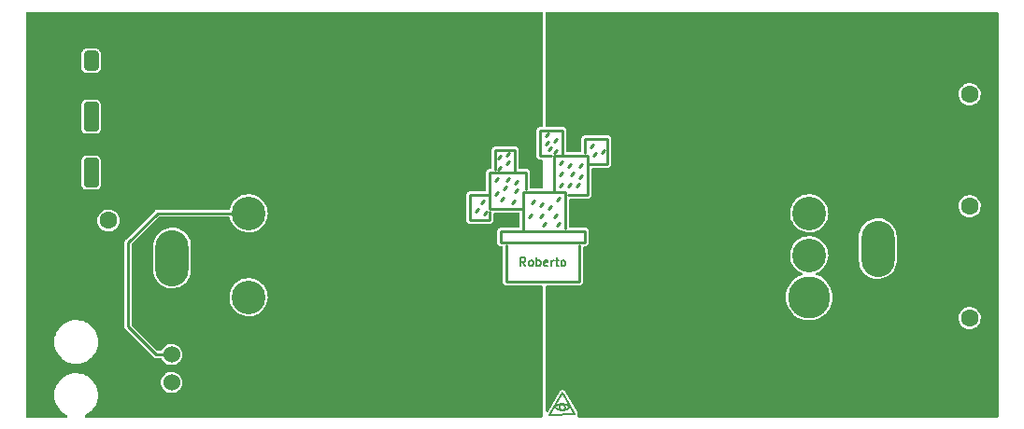
<source format=gbr>
%TF.GenerationSoftware,KiCad,Pcbnew,(6.0.7)*%
%TF.CreationDate,2023-03-20T21:12:09-05:00*%
%TF.ProjectId,2023,32303233-2e6b-4696-9361-645f70636258,rev?*%
%TF.SameCoordinates,Original*%
%TF.FileFunction,Copper,L1,Top*%
%TF.FilePolarity,Positive*%
%FSLAX46Y46*%
G04 Gerber Fmt 4.6, Leading zero omitted, Abs format (unit mm)*
G04 Created by KiCad (PCBNEW (6.0.7)) date 2023-03-20 21:12:09*
%MOMM*%
%LPD*%
G01*
G04 APERTURE LIST*
G04 Aperture macros list*
%AMRoundRect*
0 Rectangle with rounded corners*
0 $1 Rounding radius*
0 $2 $3 $4 $5 $6 $7 $8 $9 X,Y pos of 4 corners*
0 Add a 4 corners polygon primitive as box body*
4,1,4,$2,$3,$4,$5,$6,$7,$8,$9,$2,$3,0*
0 Add four circle primitives for the rounded corners*
1,1,$1+$1,$2,$3*
1,1,$1+$1,$4,$5*
1,1,$1+$1,$6,$7*
1,1,$1+$1,$8,$9*
0 Add four rect primitives between the rounded corners*
20,1,$1+$1,$2,$3,$4,$5,0*
20,1,$1+$1,$4,$5,$6,$7,0*
20,1,$1+$1,$6,$7,$8,$9,0*
20,1,$1+$1,$8,$9,$2,$3,0*%
G04 Aperture macros list end*
%ADD10C,0.190500*%
%TA.AperFunction,NonConductor*%
%ADD11C,0.190500*%
%TD*%
%TA.AperFunction,EtchedComponent*%
%ADD12C,0.150000*%
%TD*%
%TA.AperFunction,ComponentPad*%
%ADD13O,3.000000X5.100000*%
%TD*%
%TA.AperFunction,ComponentPad*%
%ADD14C,3.048000*%
%TD*%
%TA.AperFunction,ComponentPad*%
%ADD15C,3.810000*%
%TD*%
%TA.AperFunction,ComponentPad*%
%ADD16C,1.524000*%
%TD*%
%TA.AperFunction,ComponentPad*%
%ADD17R,1.600000X1.600000*%
%TD*%
%TA.AperFunction,ComponentPad*%
%ADD18C,1.600000*%
%TD*%
%TA.AperFunction,SMDPad,CuDef*%
%ADD19RoundRect,0.250000X0.412500X0.650000X-0.412500X0.650000X-0.412500X-0.650000X0.412500X-0.650000X0*%
%TD*%
%TA.AperFunction,SMDPad,CuDef*%
%ADD20RoundRect,0.250000X0.412500X1.100000X-0.412500X1.100000X-0.412500X-1.100000X0.412500X-1.100000X0*%
%TD*%
%TA.AperFunction,ViaPad*%
%ADD21C,0.800000*%
%TD*%
%TA.AperFunction,Conductor*%
%ADD22C,0.254000*%
%TD*%
%TA.AperFunction,Conductor*%
%ADD23C,5.080000*%
%TD*%
%TA.AperFunction,Conductor*%
%ADD24C,7.620000*%
%TD*%
%TA.AperFunction,Conductor*%
%ADD25C,0.250000*%
%TD*%
G04 APERTURE END LIST*
D10*
D11*
X147011571Y-88482714D02*
X146757571Y-88119857D01*
X146576142Y-88482714D02*
X146576142Y-87720714D01*
X146866428Y-87720714D01*
X146939000Y-87757000D01*
X146975285Y-87793285D01*
X147011571Y-87865857D01*
X147011571Y-87974714D01*
X146975285Y-88047285D01*
X146939000Y-88083571D01*
X146866428Y-88119857D01*
X146576142Y-88119857D01*
X147447000Y-88482714D02*
X147374428Y-88446428D01*
X147338142Y-88410142D01*
X147301857Y-88337571D01*
X147301857Y-88119857D01*
X147338142Y-88047285D01*
X147374428Y-88011000D01*
X147447000Y-87974714D01*
X147555857Y-87974714D01*
X147628428Y-88011000D01*
X147664714Y-88047285D01*
X147701000Y-88119857D01*
X147701000Y-88337571D01*
X147664714Y-88410142D01*
X147628428Y-88446428D01*
X147555857Y-88482714D01*
X147447000Y-88482714D01*
X148027571Y-88482714D02*
X148027571Y-87720714D01*
X148027571Y-88011000D02*
X148100142Y-87974714D01*
X148245285Y-87974714D01*
X148317857Y-88011000D01*
X148354142Y-88047285D01*
X148390428Y-88119857D01*
X148390428Y-88337571D01*
X148354142Y-88410142D01*
X148317857Y-88446428D01*
X148245285Y-88482714D01*
X148100142Y-88482714D01*
X148027571Y-88446428D01*
X149007285Y-88446428D02*
X148934714Y-88482714D01*
X148789571Y-88482714D01*
X148717000Y-88446428D01*
X148680714Y-88373857D01*
X148680714Y-88083571D01*
X148717000Y-88011000D01*
X148789571Y-87974714D01*
X148934714Y-87974714D01*
X149007285Y-88011000D01*
X149043571Y-88083571D01*
X149043571Y-88156142D01*
X148680714Y-88228714D01*
X149370142Y-88482714D02*
X149370142Y-87974714D01*
X149370142Y-88119857D02*
X149406428Y-88047285D01*
X149442714Y-88011000D01*
X149515285Y-87974714D01*
X149587857Y-87974714D01*
X149733000Y-87974714D02*
X150023285Y-87974714D01*
X149841857Y-87720714D02*
X149841857Y-88373857D01*
X149878142Y-88446428D01*
X149950714Y-88482714D01*
X150023285Y-88482714D01*
X150386142Y-88482714D02*
X150313571Y-88446428D01*
X150277285Y-88410142D01*
X150241000Y-88337571D01*
X150241000Y-88119857D01*
X150277285Y-88047285D01*
X150313571Y-88011000D01*
X150386142Y-87974714D01*
X150495000Y-87974714D01*
X150567571Y-88011000D01*
X150603857Y-88047285D01*
X150640142Y-88119857D01*
X150640142Y-88337571D01*
X150603857Y-88410142D01*
X150567571Y-88446428D01*
X150495000Y-88482714D01*
X150386142Y-88482714D01*
D12*
%TO.C,G\u002A\u002A\u002A*%
X149671720Y-101319768D02*
G75*
G03*
X151069040Y-101305360I691200J730688D01*
G01*
X151078317Y-101314587D02*
G75*
G03*
X149616160Y-101315520I-730637J-691813D01*
G01*
X150603021Y-101315520D02*
G75*
G03*
X150603021Y-101315520I-260421J0D01*
G01*
X151465280Y-101955600D02*
X149225000Y-101975920D01*
X150368000Y-100020120D02*
X151465280Y-101955600D01*
X149214840Y-101986080D02*
X150368000Y-100020120D01*
%TD*%
D13*
%TO.P,Conn3,2,V+Log*%
%TO.N,Net-(C5-Pad1)*%
X178936600Y-79036000D03*
%TO.P,Conn3,1,GND*%
%TO.N,GND*%
X178936600Y-86910000D03*
%TD*%
D14*
%TO.P,VR1,3,-VIN*%
%TO.N,GND*%
X121920000Y-91313000D03*
%TO.P,VR1,2,REMOTE*%
%TO.N,Net-(Conn2-Pad2)*%
X121920000Y-83693000D03*
%TO.P,VR1,1,+VIN*%
%TO.N,Net-(C1-Pad1)*%
X121920000Y-76073000D03*
D15*
%TO.P,VR1,4,-VOUT*%
%TO.N,GND*%
X172720000Y-91313000D03*
%TO.P,VR1,8,+VOUT*%
%TO.N,Net-(C5-Pad1)*%
X172720000Y-76073000D03*
D14*
%TO.P,VR1,7,SENSE(+)*%
X172720000Y-79883000D03*
%TO.P,VR1,6,TRIM*%
%TO.N,unconnected-(VR1-Pad6)*%
X172720000Y-83693000D03*
%TO.P,VR1,5,SENSE(-)*%
%TO.N,GND*%
X172720000Y-87503000D03*
%TD*%
D16*
%TO.P,Conn2,2*%
%TO.N,Net-(Conn2-Pad2)*%
X114935000Y-96520000D03*
%TO.P,Conn2,1*%
%TO.N,GND*%
X114935000Y-99060000D03*
%TD*%
D13*
%TO.P,Conn1,2,V+Log*%
%TO.N,Net-(C1-Pad1)*%
X114997200Y-79883000D03*
%TO.P,Conn1,1,GND*%
%TO.N,GND*%
X114997200Y-87757000D03*
%TD*%
D17*
%TO.P,C7,1*%
%TO.N,Net-(C5-Pad1)*%
X183767349Y-72898000D03*
D18*
%TO.P,C7,2*%
%TO.N,GND*%
X187267349Y-72898000D03*
%TD*%
%TO.P,C6,2*%
%TO.N,GND*%
X187267349Y-93218000D03*
D17*
%TO.P,C6,1*%
%TO.N,Net-(C5-Pad1)*%
X183767349Y-93218000D03*
%TD*%
%TO.P,C5,1*%
%TO.N,Net-(C5-Pad1)*%
X183767349Y-83058000D03*
D18*
%TO.P,C5,2*%
%TO.N,GND*%
X187267349Y-83058000D03*
%TD*%
D19*
%TO.P,C4,1*%
%TO.N,Net-(C1-Pad1)*%
X110782500Y-69850000D03*
%TO.P,C4,2*%
%TO.N,GND*%
X107657500Y-69850000D03*
%TD*%
D20*
%TO.P,C3,1*%
%TO.N,Net-(C1-Pad1)*%
X110782500Y-74930000D03*
%TO.P,C3,2*%
%TO.N,GND*%
X107657500Y-74930000D03*
%TD*%
%TO.P,C2,1*%
%TO.N,Net-(C1-Pad1)*%
X110782500Y-80010000D03*
%TO.P,C2,2*%
%TO.N,GND*%
X107657500Y-80010000D03*
%TD*%
D17*
%TO.P,C1,1*%
%TO.N,Net-(C1-Pad1)*%
X109220000Y-86360000D03*
D18*
%TO.P,C1,2*%
%TO.N,GND*%
X109220000Y-84360000D03*
%TD*%
D21*
%TO.N,GND*%
X107696000Y-69850000D03*
X107696000Y-74168000D03*
X107696000Y-75692000D03*
X107696000Y-79248000D03*
X107696000Y-80772000D03*
%TD*%
D22*
%TO.N,*%
X143256000Y-82550000D02*
X143002000Y-82804000D01*
X149860000Y-84836000D02*
X150114000Y-84582000D01*
X144526000Y-80518000D02*
X144272000Y-80772000D01*
X145796000Y-82804000D02*
X146050000Y-82550000D01*
X149606000Y-78232000D02*
X149860000Y-77978000D01*
X152908000Y-77724000D02*
X153162000Y-77470000D01*
X150114000Y-79248000D02*
X150368000Y-78994000D01*
X149606000Y-84074000D02*
X149860000Y-83820000D01*
X149098000Y-76454000D02*
X148844000Y-76708000D01*
X149860000Y-76962000D02*
X149606000Y-77216000D01*
X144780000Y-78486000D02*
X144526000Y-78740000D01*
X142748000Y-83312000D02*
X142494000Y-83566000D01*
X146050000Y-81026000D02*
X146304000Y-80772000D01*
X145542000Y-80518000D02*
X145288000Y-80772000D01*
X150876000Y-81280000D02*
X151130000Y-81026000D01*
X146050000Y-81788000D02*
X146304000Y-81534000D01*
X149098000Y-77978000D02*
X149352000Y-77724000D01*
X150876000Y-79502000D02*
X151130000Y-79248000D01*
X153924000Y-78232000D02*
X154178000Y-77978000D01*
X151130000Y-80264000D02*
X151384000Y-80010000D01*
X151638000Y-81280000D02*
X151892000Y-81026000D01*
X145288000Y-78486000D02*
X145542000Y-78232000D01*
X145034000Y-82296000D02*
X144780000Y-82550000D01*
X151892000Y-79502000D02*
X152146000Y-79248000D01*
X143510000Y-83566000D02*
X143256000Y-83820000D01*
X145288000Y-81280000D02*
X145034000Y-81534000D01*
X150114000Y-81280000D02*
X150368000Y-81026000D01*
X151892000Y-80518000D02*
X152146000Y-80264000D01*
X153162000Y-78486000D02*
X153416000Y-78232000D01*
X144526000Y-81788000D02*
X144272000Y-82042000D01*
X148844000Y-77470000D02*
X149098000Y-77216000D01*
X144780000Y-79502000D02*
X144526000Y-79756000D01*
X148590000Y-84836000D02*
X148844000Y-84582000D01*
X145542000Y-78994000D02*
X145288000Y-79248000D01*
X150114000Y-80264000D02*
X150368000Y-80010000D01*
X144780000Y-85344000D02*
X144780000Y-86360000D01*
X144272000Y-79756000D02*
X144272000Y-77978000D01*
X152654000Y-79248000D02*
X154432000Y-79248000D01*
X143764000Y-82042000D02*
X143764000Y-80010000D01*
X154432000Y-76962000D02*
X152400000Y-76962000D01*
X152654000Y-82042000D02*
X150876000Y-82042000D01*
X141986000Y-84328000D02*
X143764000Y-84328000D01*
X143764000Y-82042000D02*
X141986000Y-82042000D01*
X148336000Y-78486000D02*
X149352000Y-78486000D01*
X143764000Y-80010000D02*
X146050000Y-80010000D01*
X146812000Y-85344000D02*
X146812000Y-83312000D01*
X148336000Y-76200000D02*
X148336000Y-78486000D01*
X152654000Y-78486000D02*
X152654000Y-79248000D01*
X149606000Y-81788000D02*
X149606000Y-78486000D01*
X145288000Y-86614000D02*
X145288000Y-89916000D01*
X151892000Y-86614000D02*
X151892000Y-89916000D01*
X152654000Y-79248000D02*
X152654000Y-82042000D01*
X147066000Y-80010000D02*
X147066000Y-81534000D01*
X147574000Y-82804000D02*
X147828000Y-82550000D01*
X141986000Y-82042000D02*
X141986000Y-84328000D01*
X150368000Y-78486000D02*
X150368000Y-76200000D01*
X146050000Y-77978000D02*
X146050000Y-80010000D01*
X149606000Y-81788000D02*
X150622000Y-81788000D01*
X146812000Y-85344000D02*
X144780000Y-85344000D01*
X152400000Y-76962000D02*
X152400000Y-78232000D01*
X146050000Y-80010000D02*
X147066000Y-80010000D01*
X149860000Y-82550000D02*
X150114000Y-82296000D01*
X150368000Y-76200000D02*
X148336000Y-76200000D01*
X151892000Y-89916000D02*
X145288000Y-89916000D01*
X149098000Y-83312000D02*
X149352000Y-83058000D01*
X148336000Y-84074000D02*
X148590000Y-83820000D01*
X148336000Y-83058000D02*
X148590000Y-82804000D01*
X149606000Y-78486000D02*
X150368000Y-78486000D01*
X147320000Y-84074000D02*
X147574000Y-83820000D01*
X143764000Y-84328000D02*
X143764000Y-83566000D01*
X146812000Y-83312000D02*
X143764000Y-83312000D01*
X143764000Y-83312000D02*
X143764000Y-82042000D01*
X144272000Y-77978000D02*
X146050000Y-77978000D01*
X146812000Y-83312000D02*
X146812000Y-81788000D01*
X150622000Y-81788000D02*
X150622000Y-85090000D01*
X144780000Y-86360000D02*
X152400000Y-86360000D01*
X152400000Y-85344000D02*
X146812000Y-85344000D01*
X150368000Y-78486000D02*
X152654000Y-78486000D01*
X154432000Y-79248000D02*
X154432000Y-76962000D01*
X152400000Y-86360000D02*
X152400000Y-85344000D01*
X146812000Y-81788000D02*
X149606000Y-81788000D01*
D23*
%TO.N,Net-(C1-Pad1)*%
X118110000Y-79883000D02*
X121920000Y-76073000D01*
X114997200Y-79883000D02*
X118110000Y-79883000D01*
D24*
%TO.N,Net-(C5-Pad1)*%
X175973600Y-76073000D02*
X178936600Y-79036000D01*
X172720000Y-76073000D02*
X175973600Y-76073000D01*
D25*
%TO.N,Net-(Conn2-Pad2)*%
X113665000Y-83693000D02*
X121920000Y-83693000D01*
X110998000Y-86360000D02*
X113665000Y-83693000D01*
X110998000Y-93980000D02*
X110998000Y-86360000D01*
X113538000Y-96520000D02*
X110998000Y-93980000D01*
X114935000Y-96520000D02*
X113538000Y-96520000D01*
%TD*%
%TA.AperFunction,Conductor*%
%TO.N,Net-(C5-Pad1)*%
G36*
X189806621Y-65425502D02*
G01*
X189853114Y-65479158D01*
X189864500Y-65531500D01*
X189864500Y-102108500D01*
X189844498Y-102176621D01*
X189790842Y-102223114D01*
X189738500Y-102234500D01*
X151839746Y-102234500D01*
X151771625Y-102214498D01*
X151725132Y-102160842D01*
X151715028Y-102090568D01*
X151721186Y-102067717D01*
X151725759Y-102060737D01*
X151728069Y-102048546D01*
X151729456Y-102045109D01*
X151730449Y-102041517D01*
X151736026Y-102030429D01*
X151738362Y-101998620D01*
X151740227Y-101984391D01*
X151743855Y-101965246D01*
X151743855Y-101965242D01*
X151746165Y-101953052D01*
X151743635Y-101940907D01*
X151743601Y-101937183D01*
X151743145Y-101933494D01*
X151744053Y-101921123D01*
X151740157Y-101909344D01*
X151740157Y-101909341D01*
X151734037Y-101890836D01*
X151730313Y-101876972D01*
X151726340Y-101857905D01*
X151723809Y-101845756D01*
X151702267Y-101814140D01*
X151696792Y-101805346D01*
X150614050Y-99895510D01*
X150610274Y-99888319D01*
X150597435Y-99861827D01*
X150597433Y-99861824D01*
X150592022Y-99850659D01*
X150570886Y-99831865D01*
X150559238Y-99820045D01*
X150540743Y-99798618D01*
X150529657Y-99793042D01*
X150524762Y-99789225D01*
X150519394Y-99786076D01*
X150510119Y-99777829D01*
X150483385Y-99768548D01*
X150468113Y-99762090D01*
X150442829Y-99749374D01*
X150430456Y-99748465D01*
X150424456Y-99746807D01*
X150418299Y-99745953D01*
X150406580Y-99741885D01*
X150394195Y-99742611D01*
X150394193Y-99742611D01*
X150383356Y-99743247D01*
X150378339Y-99743541D01*
X150361740Y-99743419D01*
X150333523Y-99741347D01*
X150321741Y-99745243D01*
X150315574Y-99746006D01*
X150309556Y-99747574D01*
X150297167Y-99748301D01*
X150285999Y-99753713D01*
X150286000Y-99753713D01*
X150271712Y-99760637D01*
X150256322Y-99766879D01*
X150241248Y-99771864D01*
X150241246Y-99771865D01*
X150229466Y-99775761D01*
X150220072Y-99783870D01*
X150214664Y-99786936D01*
X150209706Y-99790686D01*
X150198539Y-99796098D01*
X150179730Y-99817250D01*
X150167929Y-99828878D01*
X150146498Y-99847377D01*
X150140922Y-99858464D01*
X150127696Y-99884762D01*
X150123818Y-99891890D01*
X149078683Y-101673685D01*
X149026964Y-101722324D01*
X148957160Y-101735280D01*
X148891432Y-101708440D01*
X148850649Y-101650326D01*
X148844000Y-101609936D01*
X148844000Y-91290900D01*
X170609696Y-91290900D01*
X170626221Y-91577506D01*
X170681491Y-91859217D01*
X170682878Y-91863267D01*
X170682879Y-91863272D01*
X170703321Y-91922978D01*
X170774482Y-92130821D01*
X170815978Y-92213327D01*
X170852461Y-92285864D01*
X170903473Y-92387291D01*
X171066078Y-92623883D01*
X171068959Y-92627049D01*
X171246309Y-92821954D01*
X171259287Y-92836217D01*
X171313263Y-92881348D01*
X171476234Y-93017614D01*
X171476239Y-93017618D01*
X171479526Y-93020366D01*
X171543746Y-93060651D01*
X171719079Y-93170637D01*
X171719083Y-93170639D01*
X171722719Y-93172920D01*
X171793702Y-93204970D01*
X171980455Y-93289293D01*
X171980459Y-93289295D01*
X171984367Y-93291059D01*
X171988487Y-93292279D01*
X171988486Y-93292279D01*
X172255513Y-93371376D01*
X172255517Y-93371377D01*
X172259626Y-93372594D01*
X172263860Y-93373242D01*
X172263865Y-93373243D01*
X172539163Y-93415369D01*
X172539165Y-93415369D01*
X172543405Y-93416018D01*
X172689490Y-93418313D01*
X172826160Y-93420461D01*
X172826166Y-93420461D01*
X172830451Y-93420528D01*
X173115453Y-93386039D01*
X173393138Y-93313189D01*
X173656834Y-93203963D01*
X186262106Y-93203963D01*
X186278524Y-93399483D01*
X186332607Y-93588091D01*
X186335425Y-93593574D01*
X186419472Y-93757113D01*
X186419475Y-93757117D01*
X186422293Y-93762601D01*
X186544167Y-93916369D01*
X186693587Y-94043535D01*
X186698965Y-94046541D01*
X186698967Y-94046542D01*
X186735281Y-94066837D01*
X186864862Y-94139257D01*
X187051467Y-94199889D01*
X187246295Y-94223121D01*
X187252430Y-94222649D01*
X187252432Y-94222649D01*
X187435783Y-94208541D01*
X187435787Y-94208540D01*
X187441925Y-94208068D01*
X187630905Y-94155303D01*
X187806038Y-94066837D01*
X187835864Y-94043535D01*
X187955802Y-93949829D01*
X187960652Y-93946040D01*
X187990433Y-93911539D01*
X188084834Y-93802173D01*
X188084834Y-93802172D01*
X188088858Y-93797511D01*
X188185774Y-93626909D01*
X188247707Y-93440732D01*
X188272298Y-93246071D01*
X188272690Y-93218000D01*
X188253543Y-93022728D01*
X188251762Y-93016829D01*
X188251761Y-93016824D01*
X188198614Y-92840793D01*
X188196833Y-92834894D01*
X188104719Y-92661653D01*
X187980710Y-92509602D01*
X187829529Y-92384535D01*
X187656934Y-92291213D01*
X187563218Y-92262203D01*
X187475388Y-92235015D01*
X187475385Y-92235014D01*
X187469501Y-92233193D01*
X187463376Y-92232549D01*
X187463375Y-92232549D01*
X187280496Y-92213327D01*
X187280495Y-92213327D01*
X187274368Y-92212683D01*
X187151732Y-92223844D01*
X187085108Y-92229907D01*
X187085107Y-92229907D01*
X187078967Y-92230466D01*
X187073053Y-92232207D01*
X187073051Y-92232207D01*
X186944083Y-92270165D01*
X186890742Y-92285864D01*
X186885277Y-92288721D01*
X186722321Y-92373912D01*
X186722317Y-92373915D01*
X186716861Y-92376767D01*
X186712061Y-92380627D01*
X186712060Y-92380627D01*
X186699375Y-92390826D01*
X186563949Y-92499711D01*
X186437829Y-92650016D01*
X186434865Y-92655408D01*
X186434862Y-92655412D01*
X186423991Y-92675187D01*
X186343305Y-92821954D01*
X186283977Y-93008978D01*
X186262106Y-93203963D01*
X173656834Y-93203963D01*
X173658367Y-93203328D01*
X173906232Y-93058487D01*
X174132147Y-92881348D01*
X174171448Y-92840793D01*
X174328947Y-92678265D01*
X174331930Y-92675187D01*
X174501887Y-92443820D01*
X174539844Y-92373912D01*
X174636820Y-92195303D01*
X174636821Y-92195301D01*
X174638870Y-92191527D01*
X174740346Y-91922978D01*
X174804437Y-91643142D01*
X174829957Y-91357197D01*
X174830420Y-91313000D01*
X174810894Y-91026583D01*
X174752678Y-90745466D01*
X174656848Y-90474851D01*
X174525178Y-90219745D01*
X174470101Y-90141378D01*
X174362571Y-89988380D01*
X174362570Y-89988379D01*
X174360104Y-89984870D01*
X174164682Y-89774570D01*
X174150112Y-89762644D01*
X174026232Y-89661250D01*
X173942527Y-89592738D01*
X173697749Y-89442738D01*
X173622020Y-89409495D01*
X173438811Y-89329072D01*
X173434879Y-89327346D01*
X173419502Y-89322966D01*
X173359469Y-89285069D01*
X173329453Y-89220729D01*
X173338987Y-89150376D01*
X173385043Y-89096345D01*
X173404283Y-89086019D01*
X173415414Y-89081237D01*
X173518518Y-89036940D01*
X173656219Y-88951728D01*
X173732503Y-88904522D01*
X173732505Y-88904521D01*
X173736478Y-88902062D01*
X173752472Y-88888522D01*
X173928541Y-88739470D01*
X173928543Y-88739468D01*
X173932108Y-88736450D01*
X174101109Y-88543740D01*
X174239770Y-88328168D01*
X174345044Y-88094468D01*
X174346314Y-88089965D01*
X174364416Y-88025782D01*
X177236100Y-88025782D01*
X177250720Y-88217976D01*
X177309139Y-88470015D01*
X177405010Y-88710318D01*
X177536127Y-88933354D01*
X177539148Y-88937065D01*
X177539151Y-88937069D01*
X177660416Y-89086019D01*
X177699471Y-89133991D01*
X177891285Y-89307613D01*
X177895283Y-89310254D01*
X177895284Y-89310255D01*
X178014875Y-89389260D01*
X178107153Y-89450222D01*
X178111493Y-89452223D01*
X178111497Y-89452225D01*
X178337757Y-89556532D01*
X178337760Y-89556533D01*
X178342109Y-89558538D01*
X178346710Y-89559862D01*
X178346711Y-89559862D01*
X178426151Y-89582716D01*
X178590745Y-89630068D01*
X178595483Y-89630679D01*
X178595487Y-89630680D01*
X178842604Y-89662556D01*
X178847341Y-89663167D01*
X178988332Y-89659844D01*
X179101210Y-89657184D01*
X179101214Y-89657184D01*
X179105990Y-89657071D01*
X179186979Y-89642718D01*
X179356038Y-89612756D01*
X179356042Y-89612755D01*
X179360742Y-89611922D01*
X179605733Y-89528759D01*
X179835325Y-89409495D01*
X180044236Y-89256875D01*
X180056962Y-89244216D01*
X180151294Y-89150376D01*
X180227658Y-89074411D01*
X180230499Y-89070565D01*
X180230503Y-89070560D01*
X180378525Y-88870154D01*
X180378526Y-88870153D01*
X180381370Y-88866302D01*
X180406785Y-88817997D01*
X180499605Y-88641574D01*
X180499606Y-88641572D01*
X180501834Y-88637337D01*
X180586279Y-88392785D01*
X180632761Y-88138274D01*
X180637100Y-88055481D01*
X180637100Y-85794218D01*
X180636037Y-85780245D01*
X180622843Y-85606791D01*
X180622842Y-85606786D01*
X180622480Y-85602024D01*
X180564061Y-85349985D01*
X180468190Y-85109682D01*
X180337073Y-84886646D01*
X180331270Y-84879517D01*
X180176751Y-84689721D01*
X180173729Y-84686009D01*
X179981915Y-84512387D01*
X179973622Y-84506908D01*
X179770040Y-84372416D01*
X179766047Y-84369778D01*
X179761707Y-84367777D01*
X179761703Y-84367775D01*
X179535443Y-84263468D01*
X179535440Y-84263467D01*
X179531091Y-84261462D01*
X179282455Y-84189932D01*
X179277717Y-84189321D01*
X179277713Y-84189320D01*
X179030596Y-84157444D01*
X179025859Y-84156833D01*
X178884868Y-84160156D01*
X178771990Y-84162816D01*
X178771986Y-84162816D01*
X178767210Y-84162929D01*
X178726957Y-84170063D01*
X178517162Y-84207244D01*
X178517158Y-84207245D01*
X178512458Y-84208078D01*
X178267467Y-84291241D01*
X178037875Y-84410505D01*
X177828964Y-84563125D01*
X177645542Y-84745589D01*
X177642701Y-84749435D01*
X177642697Y-84749440D01*
X177511956Y-84926450D01*
X177491830Y-84953698D01*
X177489604Y-84957928D01*
X177489602Y-84957932D01*
X177373595Y-85178426D01*
X177371366Y-85182663D01*
X177369803Y-85187191D01*
X177369802Y-85187192D01*
X177360335Y-85214608D01*
X177286921Y-85427215D01*
X177240439Y-85681726D01*
X177236100Y-85764519D01*
X177236100Y-88025782D01*
X174364416Y-88025782D01*
X174413349Y-87852278D01*
X174413350Y-87852275D01*
X174414619Y-87847774D01*
X174446966Y-87593506D01*
X174449336Y-87503000D01*
X174430341Y-87247388D01*
X174419467Y-87199330D01*
X174374803Y-87001948D01*
X174373772Y-86997391D01*
X174372079Y-86993037D01*
X174282566Y-86762855D01*
X174282565Y-86762853D01*
X174280873Y-86758502D01*
X174232811Y-86674411D01*
X174156004Y-86540025D01*
X174156002Y-86540023D01*
X174153685Y-86535968D01*
X173995000Y-86334678D01*
X173808306Y-86159054D01*
X173647506Y-86047503D01*
X173601546Y-86015619D01*
X173601543Y-86015617D01*
X173597704Y-86012954D01*
X173552150Y-85990489D01*
X173372009Y-85901653D01*
X173372006Y-85901652D01*
X173367821Y-85899588D01*
X173322686Y-85885140D01*
X173270776Y-85868524D01*
X173123705Y-85821446D01*
X173119098Y-85820696D01*
X173119095Y-85820695D01*
X172875333Y-85780996D01*
X172875334Y-85780996D01*
X172870722Y-85780245D01*
X172746296Y-85778616D01*
X172619104Y-85776951D01*
X172619101Y-85776951D01*
X172614427Y-85776890D01*
X172360451Y-85811454D01*
X172355965Y-85812762D01*
X172355963Y-85812762D01*
X172326170Y-85821446D01*
X172114374Y-85883179D01*
X171881601Y-85990489D01*
X171834890Y-86021114D01*
X171671160Y-86128460D01*
X171671155Y-86128464D01*
X171667247Y-86131026D01*
X171476020Y-86301702D01*
X171312121Y-86498769D01*
X171179150Y-86717898D01*
X171177341Y-86722212D01*
X171177339Y-86722216D01*
X171160298Y-86762855D01*
X171080030Y-86954274D01*
X171016936Y-87202704D01*
X170991257Y-87457731D01*
X171003554Y-87713753D01*
X171053559Y-87965145D01*
X171140173Y-88206384D01*
X171142389Y-88210508D01*
X171242763Y-88397313D01*
X171261493Y-88432172D01*
X171264288Y-88435915D01*
X171264290Y-88435918D01*
X171412062Y-88633808D01*
X171412067Y-88633814D01*
X171414854Y-88637546D01*
X171418163Y-88640826D01*
X171418168Y-88640832D01*
X171517671Y-88739470D01*
X171596886Y-88817997D01*
X171600648Y-88820755D01*
X171600651Y-88820758D01*
X171668019Y-88870154D01*
X171803592Y-88969560D01*
X171807727Y-88971736D01*
X171807731Y-88971738D01*
X172026300Y-89086733D01*
X172026304Y-89086735D01*
X172029534Y-89088434D01*
X172029535Y-89088435D01*
X172030429Y-89088905D01*
X172030328Y-89089097D01*
X172083291Y-89133328D01*
X172104528Y-89201074D01*
X172085768Y-89269547D01*
X172032967Y-89317008D01*
X172025927Y-89319908D01*
X172025953Y-89319969D01*
X171765841Y-89430916D01*
X171765837Y-89430918D01*
X171761889Y-89432602D01*
X171515555Y-89580030D01*
X171512204Y-89582714D01*
X171512202Y-89582716D01*
X171475747Y-89611922D01*
X171291507Y-89759526D01*
X171093893Y-89967768D01*
X170926369Y-90200902D01*
X170924360Y-90204697D01*
X170924359Y-90204698D01*
X170897786Y-90254886D01*
X170792035Y-90454615D01*
X170693377Y-90724212D01*
X170632220Y-91004703D01*
X170609696Y-91290900D01*
X148844000Y-91290900D01*
X148844000Y-90369500D01*
X148864002Y-90301379D01*
X148917658Y-90254886D01*
X148970000Y-90243500D01*
X151949747Y-90243500D01*
X151960106Y-90239730D01*
X151960109Y-90239729D01*
X151966727Y-90237320D01*
X151987947Y-90231634D01*
X152005739Y-90228497D01*
X152020898Y-90219745D01*
X152021392Y-90219460D01*
X152041296Y-90210179D01*
X152047917Y-90207769D01*
X152047920Y-90207767D01*
X152058276Y-90203998D01*
X152066717Y-90196915D01*
X152066719Y-90196914D01*
X152072121Y-90192381D01*
X152090108Y-90179787D01*
X152096215Y-90176261D01*
X152096216Y-90176260D01*
X152105760Y-90170750D01*
X152112845Y-90162307D01*
X152117378Y-90156905D01*
X152132905Y-90141378D01*
X152138307Y-90136845D01*
X152138308Y-90136844D01*
X152146750Y-90129760D01*
X152155787Y-90114108D01*
X152168381Y-90096121D01*
X152172914Y-90090719D01*
X152172915Y-90090717D01*
X152179998Y-90082276D01*
X152183767Y-90071920D01*
X152183769Y-90071917D01*
X152186179Y-90065296D01*
X152195460Y-90045392D01*
X152198984Y-90039287D01*
X152204497Y-90029739D01*
X152207634Y-90011947D01*
X152213320Y-89990727D01*
X152215729Y-89984109D01*
X152215730Y-89984106D01*
X152219500Y-89973747D01*
X152219500Y-86813500D01*
X152239502Y-86745379D01*
X152293158Y-86698886D01*
X152345500Y-86687500D01*
X152457747Y-86687500D01*
X152468106Y-86683730D01*
X152468109Y-86683729D01*
X152474727Y-86681320D01*
X152495947Y-86675634D01*
X152513739Y-86672497D01*
X152525755Y-86665559D01*
X152529392Y-86663460D01*
X152549296Y-86654179D01*
X152555917Y-86651769D01*
X152555920Y-86651767D01*
X152566276Y-86647998D01*
X152574717Y-86640915D01*
X152574719Y-86640914D01*
X152580121Y-86636381D01*
X152598108Y-86623787D01*
X152604215Y-86620261D01*
X152604216Y-86620260D01*
X152613760Y-86614750D01*
X152620845Y-86606307D01*
X152625378Y-86600905D01*
X152640905Y-86585378D01*
X152646307Y-86580845D01*
X152646308Y-86580844D01*
X152654750Y-86573760D01*
X152663787Y-86558108D01*
X152676381Y-86540121D01*
X152680914Y-86534719D01*
X152680915Y-86534717D01*
X152687998Y-86526276D01*
X152691767Y-86515920D01*
X152691769Y-86515917D01*
X152694179Y-86509296D01*
X152703460Y-86489392D01*
X152706984Y-86483287D01*
X152712497Y-86473739D01*
X152715634Y-86455947D01*
X152721320Y-86434727D01*
X152723729Y-86428109D01*
X152723730Y-86428106D01*
X152727500Y-86417747D01*
X152727500Y-85286253D01*
X152723730Y-85275894D01*
X152723729Y-85275891D01*
X152721320Y-85269273D01*
X152715634Y-85248053D01*
X152714411Y-85241119D01*
X152712497Y-85230261D01*
X152703460Y-85214608D01*
X152694179Y-85194704D01*
X152691769Y-85188083D01*
X152691767Y-85188080D01*
X152687998Y-85177724D01*
X152676381Y-85163879D01*
X152663787Y-85145892D01*
X152660261Y-85139785D01*
X152660260Y-85139784D01*
X152654750Y-85130240D01*
X152646308Y-85123156D01*
X152646307Y-85123155D01*
X152640905Y-85118622D01*
X152625378Y-85103095D01*
X152620845Y-85097693D01*
X152620844Y-85097692D01*
X152613760Y-85089250D01*
X152604215Y-85083739D01*
X152598108Y-85080213D01*
X152580121Y-85067619D01*
X152574719Y-85063086D01*
X152574717Y-85063085D01*
X152566276Y-85056002D01*
X152555920Y-85052233D01*
X152555917Y-85052231D01*
X152549296Y-85049821D01*
X152529392Y-85040540D01*
X152525755Y-85038441D01*
X152513739Y-85031503D01*
X152495947Y-85028366D01*
X152474727Y-85022680D01*
X152468109Y-85020271D01*
X152468106Y-85020270D01*
X152457747Y-85016500D01*
X151075500Y-85016500D01*
X151007379Y-84996498D01*
X150960886Y-84942842D01*
X150949500Y-84890500D01*
X150949500Y-83647731D01*
X170991257Y-83647731D01*
X170991481Y-83652398D01*
X170991481Y-83652403D01*
X170993280Y-83689851D01*
X171003554Y-83903753D01*
X171053559Y-84155145D01*
X171140173Y-84396384D01*
X171149275Y-84413324D01*
X171255944Y-84611844D01*
X171261493Y-84622172D01*
X171264288Y-84625915D01*
X171264290Y-84625918D01*
X171412062Y-84823808D01*
X171412067Y-84823814D01*
X171414854Y-84827546D01*
X171418163Y-84830826D01*
X171418168Y-84830832D01*
X171542111Y-84953698D01*
X171596886Y-85007997D01*
X171600648Y-85010755D01*
X171600651Y-85010758D01*
X171776622Y-85139785D01*
X171803592Y-85159560D01*
X171807727Y-85161736D01*
X171807731Y-85161738D01*
X171931660Y-85226940D01*
X172030429Y-85278905D01*
X172166071Y-85326273D01*
X172233972Y-85349985D01*
X172272415Y-85363410D01*
X172277008Y-85364282D01*
X172424002Y-85392190D01*
X172524234Y-85411220D01*
X172646039Y-85416006D01*
X172775685Y-85421100D01*
X172775690Y-85421100D01*
X172780353Y-85421283D01*
X173035146Y-85393378D01*
X173039657Y-85392190D01*
X173039659Y-85392190D01*
X173278494Y-85329310D01*
X173278496Y-85329309D01*
X173283017Y-85328119D01*
X173380463Y-85286253D01*
X173514224Y-85228785D01*
X173514226Y-85228784D01*
X173518518Y-85226940D01*
X173693558Y-85118622D01*
X173732503Y-85094522D01*
X173732505Y-85094521D01*
X173736478Y-85092062D01*
X173818436Y-85022680D01*
X173928541Y-84929470D01*
X173928543Y-84929468D01*
X173932108Y-84926450D01*
X174101109Y-84733740D01*
X174108312Y-84722543D01*
X174237242Y-84522098D01*
X174239770Y-84518168D01*
X174345044Y-84284468D01*
X174366588Y-84208078D01*
X174413349Y-84042278D01*
X174413350Y-84042275D01*
X174414619Y-84037774D01*
X174427890Y-83933457D01*
X174446568Y-83786637D01*
X174446568Y-83786631D01*
X174446966Y-83783506D01*
X174449336Y-83693000D01*
X174443307Y-83611873D01*
X174430687Y-83442040D01*
X174430686Y-83442036D01*
X174430341Y-83437388D01*
X174428367Y-83428661D01*
X174374803Y-83191948D01*
X174373772Y-83187391D01*
X174367576Y-83171457D01*
X174317996Y-83043963D01*
X186262106Y-83043963D01*
X186278524Y-83239483D01*
X186332607Y-83428091D01*
X186335425Y-83433574D01*
X186419472Y-83597113D01*
X186419475Y-83597117D01*
X186422293Y-83602601D01*
X186544167Y-83756369D01*
X186548860Y-83760363D01*
X186548861Y-83760364D01*
X186674382Y-83867190D01*
X186693587Y-83883535D01*
X186698965Y-83886541D01*
X186698967Y-83886542D01*
X186729763Y-83903753D01*
X186864862Y-83979257D01*
X187051467Y-84039889D01*
X187246295Y-84063121D01*
X187252430Y-84062649D01*
X187252432Y-84062649D01*
X187435783Y-84048541D01*
X187435787Y-84048540D01*
X187441925Y-84048068D01*
X187630905Y-83995303D01*
X187806038Y-83906837D01*
X187815966Y-83899081D01*
X187955802Y-83789829D01*
X187960652Y-83786040D01*
X187965565Y-83780349D01*
X188084834Y-83642173D01*
X188084834Y-83642172D01*
X188088858Y-83637511D01*
X188102559Y-83613394D01*
X188135574Y-83555276D01*
X188185774Y-83466909D01*
X188247707Y-83280732D01*
X188272298Y-83086071D01*
X188272690Y-83058000D01*
X188253543Y-82862728D01*
X188251762Y-82856829D01*
X188251761Y-82856824D01*
X188198614Y-82680793D01*
X188196833Y-82674894D01*
X188104719Y-82501653D01*
X187980710Y-82349602D01*
X187829529Y-82224535D01*
X187656934Y-82131213D01*
X187557706Y-82100497D01*
X187475388Y-82075015D01*
X187475385Y-82075014D01*
X187469501Y-82073193D01*
X187463376Y-82072549D01*
X187463375Y-82072549D01*
X187280496Y-82053327D01*
X187280495Y-82053327D01*
X187274368Y-82052683D01*
X187151732Y-82063844D01*
X187085108Y-82069907D01*
X187085107Y-82069907D01*
X187078967Y-82070466D01*
X187073053Y-82072207D01*
X187073051Y-82072207D01*
X187013996Y-82089588D01*
X186890742Y-82125864D01*
X186885277Y-82128721D01*
X186722321Y-82213912D01*
X186722317Y-82213915D01*
X186716861Y-82216767D01*
X186712061Y-82220627D01*
X186712060Y-82220627D01*
X186699703Y-82230562D01*
X186563949Y-82339711D01*
X186437829Y-82490016D01*
X186434865Y-82495408D01*
X186434862Y-82495412D01*
X186370379Y-82612706D01*
X186343305Y-82661954D01*
X186283977Y-82848978D01*
X186262106Y-83043963D01*
X174317996Y-83043963D01*
X174282566Y-82952855D01*
X174282565Y-82952853D01*
X174280873Y-82948502D01*
X174278555Y-82944446D01*
X174156004Y-82730025D01*
X174156002Y-82730023D01*
X174153685Y-82725968D01*
X174000775Y-82532003D01*
X173997892Y-82528346D01*
X173997889Y-82528343D01*
X173995000Y-82524678D01*
X173808306Y-82349054D01*
X173690571Y-82267378D01*
X173601546Y-82205619D01*
X173601543Y-82205617D01*
X173597704Y-82202954D01*
X173557347Y-82183052D01*
X173372009Y-82091653D01*
X173372006Y-82091652D01*
X173367821Y-82089588D01*
X173322686Y-82075140D01*
X173221499Y-82042750D01*
X173123705Y-82011446D01*
X173119098Y-82010696D01*
X173119095Y-82010695D01*
X172875333Y-81970996D01*
X172875334Y-81970996D01*
X172870722Y-81970245D01*
X172746296Y-81968616D01*
X172619104Y-81966951D01*
X172619101Y-81966951D01*
X172614427Y-81966890D01*
X172360451Y-82001454D01*
X172355965Y-82002762D01*
X172355963Y-82002762D01*
X172326170Y-82011446D01*
X172114374Y-82073179D01*
X171881601Y-82180489D01*
X171839219Y-82208276D01*
X171671160Y-82318460D01*
X171671155Y-82318464D01*
X171667247Y-82321026D01*
X171476020Y-82491702D01*
X171425735Y-82552163D01*
X171318755Y-82680793D01*
X171312121Y-82688769D01*
X171309698Y-82692762D01*
X171210143Y-82856824D01*
X171179150Y-82907898D01*
X171177341Y-82912212D01*
X171177339Y-82912216D01*
X171162123Y-82948502D01*
X171080030Y-83144274D01*
X171016936Y-83392704D01*
X170991257Y-83647731D01*
X150949500Y-83647731D01*
X150949500Y-82495500D01*
X150969502Y-82427379D01*
X151023158Y-82380886D01*
X151075500Y-82369500D01*
X152711747Y-82369500D01*
X152722106Y-82365730D01*
X152722109Y-82365729D01*
X152728727Y-82363320D01*
X152749947Y-82357634D01*
X152767739Y-82354497D01*
X152779755Y-82347559D01*
X152783392Y-82345460D01*
X152803296Y-82336179D01*
X152809917Y-82333769D01*
X152809920Y-82333767D01*
X152820276Y-82329998D01*
X152828717Y-82322915D01*
X152828719Y-82322914D01*
X152834121Y-82318381D01*
X152852108Y-82305787D01*
X152858215Y-82302261D01*
X152858216Y-82302260D01*
X152867760Y-82296750D01*
X152874845Y-82288307D01*
X152879378Y-82282905D01*
X152894905Y-82267378D01*
X152900307Y-82262845D01*
X152900308Y-82262844D01*
X152908750Y-82255760D01*
X152917787Y-82240108D01*
X152930381Y-82222121D01*
X152934914Y-82216719D01*
X152934915Y-82216717D01*
X152941998Y-82208276D01*
X152945767Y-82197920D01*
X152945769Y-82197917D01*
X152948179Y-82191296D01*
X152957460Y-82171392D01*
X152960984Y-82165287D01*
X152966497Y-82155739D01*
X152969634Y-82137947D01*
X152975320Y-82116727D01*
X152977729Y-82110109D01*
X152977730Y-82110106D01*
X152981500Y-82099747D01*
X152981500Y-79701500D01*
X153001502Y-79633379D01*
X153055158Y-79586886D01*
X153107500Y-79575500D01*
X154489747Y-79575500D01*
X154500106Y-79571730D01*
X154500109Y-79571729D01*
X154506727Y-79569320D01*
X154527947Y-79563634D01*
X154545739Y-79560497D01*
X154557755Y-79553559D01*
X154561392Y-79551460D01*
X154581296Y-79542179D01*
X154587917Y-79539769D01*
X154587920Y-79539767D01*
X154598276Y-79535998D01*
X154606717Y-79528915D01*
X154606719Y-79528914D01*
X154612121Y-79524381D01*
X154630108Y-79511787D01*
X154636215Y-79508261D01*
X154636216Y-79508260D01*
X154645760Y-79502750D01*
X154652845Y-79494307D01*
X154657378Y-79488905D01*
X154672905Y-79473378D01*
X154678307Y-79468845D01*
X154678308Y-79468844D01*
X154686750Y-79461760D01*
X154695787Y-79446108D01*
X154708381Y-79428121D01*
X154712914Y-79422719D01*
X154712915Y-79422717D01*
X154719998Y-79414276D01*
X154723767Y-79403920D01*
X154723769Y-79403917D01*
X154726179Y-79397296D01*
X154735460Y-79377392D01*
X154738984Y-79371287D01*
X154744497Y-79361739D01*
X154747634Y-79343947D01*
X154753320Y-79322727D01*
X154755729Y-79316109D01*
X154755730Y-79316106D01*
X154759500Y-79305747D01*
X154759500Y-76904253D01*
X154755730Y-76893894D01*
X154755729Y-76893891D01*
X154753320Y-76887273D01*
X154747634Y-76866053D01*
X154746411Y-76859119D01*
X154744497Y-76848261D01*
X154735460Y-76832608D01*
X154726179Y-76812704D01*
X154723769Y-76806083D01*
X154723767Y-76806080D01*
X154719998Y-76795724D01*
X154708381Y-76781879D01*
X154695787Y-76763892D01*
X154692261Y-76757785D01*
X154692260Y-76757784D01*
X154686750Y-76748240D01*
X154678308Y-76741156D01*
X154678307Y-76741155D01*
X154672905Y-76736622D01*
X154657378Y-76721095D01*
X154652845Y-76715693D01*
X154652844Y-76715692D01*
X154645760Y-76707250D01*
X154636215Y-76701739D01*
X154630108Y-76698213D01*
X154612121Y-76685619D01*
X154606719Y-76681086D01*
X154606717Y-76681085D01*
X154598276Y-76674002D01*
X154587920Y-76670233D01*
X154587917Y-76670231D01*
X154581296Y-76667821D01*
X154561392Y-76658540D01*
X154557755Y-76656441D01*
X154545739Y-76649503D01*
X154527947Y-76646366D01*
X154506727Y-76640680D01*
X154500109Y-76638271D01*
X154500106Y-76638270D01*
X154489747Y-76634500D01*
X152342253Y-76634500D01*
X152331894Y-76638270D01*
X152331891Y-76638271D01*
X152325273Y-76640680D01*
X152304053Y-76646366D01*
X152286261Y-76649503D01*
X152274245Y-76656441D01*
X152270608Y-76658540D01*
X152250704Y-76667821D01*
X152244083Y-76670231D01*
X152244080Y-76670233D01*
X152233724Y-76674002D01*
X152225283Y-76681085D01*
X152225281Y-76681086D01*
X152219879Y-76685619D01*
X152201892Y-76698213D01*
X152195785Y-76701739D01*
X152186240Y-76707250D01*
X152179156Y-76715692D01*
X152179155Y-76715693D01*
X152174622Y-76721095D01*
X152159095Y-76736622D01*
X152153693Y-76741155D01*
X152153692Y-76741156D01*
X152145250Y-76748240D01*
X152139740Y-76757784D01*
X152139739Y-76757785D01*
X152136213Y-76763892D01*
X152123619Y-76781879D01*
X152112002Y-76795724D01*
X152108233Y-76806080D01*
X152108231Y-76806083D01*
X152105821Y-76812704D01*
X152096540Y-76832608D01*
X152087503Y-76848261D01*
X152085589Y-76859119D01*
X152084366Y-76866053D01*
X152078680Y-76887273D01*
X152076271Y-76893891D01*
X152076270Y-76893894D01*
X152072500Y-76904253D01*
X152072500Y-78032500D01*
X152052498Y-78100621D01*
X151998842Y-78147114D01*
X151946500Y-78158500D01*
X150821500Y-78158500D01*
X150753379Y-78138498D01*
X150706886Y-78084842D01*
X150695500Y-78032500D01*
X150695500Y-76142253D01*
X150691730Y-76131894D01*
X150691729Y-76131891D01*
X150689320Y-76125273D01*
X150683634Y-76104053D01*
X150682411Y-76097119D01*
X150680497Y-76086261D01*
X150671460Y-76070608D01*
X150662179Y-76050704D01*
X150659769Y-76044083D01*
X150659767Y-76044080D01*
X150655998Y-76033724D01*
X150644381Y-76019879D01*
X150631787Y-76001892D01*
X150628261Y-75995785D01*
X150628260Y-75995784D01*
X150622750Y-75986240D01*
X150614308Y-75979156D01*
X150614307Y-75979155D01*
X150608905Y-75974622D01*
X150593378Y-75959095D01*
X150588845Y-75953693D01*
X150588844Y-75953692D01*
X150581760Y-75945250D01*
X150572215Y-75939739D01*
X150566108Y-75936213D01*
X150548121Y-75923619D01*
X150542719Y-75919086D01*
X150542717Y-75919085D01*
X150534276Y-75912002D01*
X150523920Y-75908233D01*
X150523917Y-75908231D01*
X150517296Y-75905821D01*
X150497392Y-75896540D01*
X150493755Y-75894441D01*
X150481739Y-75887503D01*
X150463947Y-75884366D01*
X150442727Y-75878680D01*
X150436109Y-75876271D01*
X150436106Y-75876270D01*
X150425747Y-75872500D01*
X148970000Y-75872500D01*
X148901879Y-75852498D01*
X148855386Y-75798842D01*
X148844000Y-75746500D01*
X148844000Y-72883963D01*
X186262106Y-72883963D01*
X186278524Y-73079483D01*
X186332607Y-73268091D01*
X186335425Y-73273574D01*
X186419472Y-73437113D01*
X186419475Y-73437117D01*
X186422293Y-73442601D01*
X186544167Y-73596369D01*
X186693587Y-73723535D01*
X186698965Y-73726541D01*
X186698967Y-73726542D01*
X186735281Y-73746837D01*
X186864862Y-73819257D01*
X187051467Y-73879889D01*
X187246295Y-73903121D01*
X187252430Y-73902649D01*
X187252432Y-73902649D01*
X187435783Y-73888541D01*
X187435787Y-73888540D01*
X187441925Y-73888068D01*
X187630905Y-73835303D01*
X187806038Y-73746837D01*
X187835864Y-73723535D01*
X187955802Y-73629829D01*
X187960652Y-73626040D01*
X187990433Y-73591539D01*
X188084834Y-73482173D01*
X188084834Y-73482172D01*
X188088858Y-73477511D01*
X188185774Y-73306909D01*
X188247707Y-73120732D01*
X188272298Y-72926071D01*
X188272690Y-72898000D01*
X188253543Y-72702728D01*
X188251762Y-72696829D01*
X188251761Y-72696824D01*
X188198614Y-72520793D01*
X188196833Y-72514894D01*
X188104719Y-72341653D01*
X187980710Y-72189602D01*
X187829529Y-72064535D01*
X187656934Y-71971213D01*
X187563218Y-71942203D01*
X187475388Y-71915015D01*
X187475385Y-71915014D01*
X187469501Y-71913193D01*
X187463376Y-71912549D01*
X187463375Y-71912549D01*
X187280496Y-71893327D01*
X187280495Y-71893327D01*
X187274368Y-71892683D01*
X187151732Y-71903844D01*
X187085108Y-71909907D01*
X187085107Y-71909907D01*
X187078967Y-71910466D01*
X187073053Y-71912207D01*
X187073051Y-71912207D01*
X186944083Y-71950165D01*
X186890742Y-71965864D01*
X186885277Y-71968721D01*
X186722321Y-72053912D01*
X186722317Y-72053915D01*
X186716861Y-72056767D01*
X186712061Y-72060627D01*
X186712060Y-72060627D01*
X186677675Y-72088273D01*
X186563949Y-72179711D01*
X186437829Y-72330016D01*
X186434865Y-72335408D01*
X186434862Y-72335412D01*
X186356162Y-72478567D01*
X186343305Y-72501954D01*
X186283977Y-72688978D01*
X186262106Y-72883963D01*
X148844000Y-72883963D01*
X148844000Y-65531500D01*
X148864002Y-65463379D01*
X148917658Y-65416886D01*
X148970000Y-65405500D01*
X189738500Y-65405500D01*
X189806621Y-65425502D01*
G37*
%TD.AperFunction*%
%TD*%
%TA.AperFunction,Conductor*%
%TO.N,Net-(C1-Pad1)*%
G36*
X148532121Y-65425502D02*
G01*
X148578614Y-65479158D01*
X148590000Y-65531500D01*
X148590000Y-75746500D01*
X148569998Y-75814621D01*
X148516342Y-75861114D01*
X148464000Y-75872500D01*
X148278253Y-75872500D01*
X148267894Y-75876270D01*
X148267891Y-75876271D01*
X148261273Y-75878680D01*
X148240053Y-75884366D01*
X148222261Y-75887503D01*
X148210245Y-75894441D01*
X148206608Y-75896540D01*
X148186704Y-75905821D01*
X148180083Y-75908231D01*
X148180080Y-75908233D01*
X148169724Y-75912002D01*
X148161283Y-75919085D01*
X148161281Y-75919086D01*
X148155879Y-75923619D01*
X148137892Y-75936213D01*
X148131785Y-75939739D01*
X148122240Y-75945250D01*
X148115156Y-75953692D01*
X148115155Y-75953693D01*
X148110622Y-75959095D01*
X148095095Y-75974622D01*
X148089693Y-75979155D01*
X148089692Y-75979156D01*
X148081250Y-75986240D01*
X148075740Y-75995784D01*
X148075739Y-75995785D01*
X148072213Y-76001892D01*
X148059619Y-76019879D01*
X148048002Y-76033724D01*
X148044233Y-76044080D01*
X148044231Y-76044083D01*
X148041821Y-76050704D01*
X148032540Y-76070608D01*
X148023503Y-76086261D01*
X148021589Y-76097119D01*
X148020366Y-76104053D01*
X148014680Y-76125273D01*
X148012271Y-76131891D01*
X148012270Y-76131894D01*
X148008500Y-76142253D01*
X148008500Y-78543747D01*
X148012270Y-78554106D01*
X148012271Y-78554109D01*
X148014680Y-78560727D01*
X148020366Y-78581947D01*
X148023503Y-78599739D01*
X148029016Y-78609287D01*
X148032540Y-78615392D01*
X148041821Y-78635296D01*
X148044231Y-78641917D01*
X148044233Y-78641920D01*
X148048002Y-78652276D01*
X148055085Y-78660717D01*
X148055086Y-78660719D01*
X148059619Y-78666121D01*
X148072213Y-78684108D01*
X148081250Y-78699760D01*
X148089692Y-78706844D01*
X148089693Y-78706845D01*
X148095095Y-78711378D01*
X148110622Y-78726905D01*
X148115155Y-78732307D01*
X148122240Y-78740750D01*
X148131784Y-78746260D01*
X148131785Y-78746261D01*
X148137892Y-78749787D01*
X148155879Y-78762381D01*
X148161281Y-78766914D01*
X148161283Y-78766915D01*
X148169724Y-78773998D01*
X148180080Y-78777767D01*
X148180083Y-78777769D01*
X148186704Y-78780179D01*
X148206608Y-78789460D01*
X148210245Y-78791559D01*
X148222261Y-78798497D01*
X148240053Y-78801634D01*
X148261273Y-78807320D01*
X148267891Y-78809729D01*
X148267894Y-78809730D01*
X148278253Y-78813500D01*
X148464000Y-78813500D01*
X148532121Y-78833502D01*
X148578614Y-78887158D01*
X148590000Y-78939500D01*
X148590000Y-81334500D01*
X148569998Y-81402621D01*
X148516342Y-81449114D01*
X148464000Y-81460500D01*
X147519500Y-81460500D01*
X147451379Y-81440498D01*
X147404886Y-81386842D01*
X147393500Y-81334500D01*
X147393500Y-79952253D01*
X147389730Y-79941894D01*
X147389729Y-79941891D01*
X147387320Y-79935273D01*
X147381634Y-79914053D01*
X147380411Y-79907119D01*
X147378497Y-79896261D01*
X147369460Y-79880608D01*
X147360179Y-79860704D01*
X147357769Y-79854083D01*
X147357767Y-79854080D01*
X147353998Y-79843724D01*
X147342381Y-79829879D01*
X147329787Y-79811892D01*
X147326261Y-79805785D01*
X147326260Y-79805784D01*
X147320750Y-79796240D01*
X147312308Y-79789156D01*
X147312307Y-79789155D01*
X147306905Y-79784622D01*
X147291378Y-79769095D01*
X147286845Y-79763693D01*
X147286844Y-79763692D01*
X147279760Y-79755250D01*
X147270215Y-79749739D01*
X147264108Y-79746213D01*
X147246121Y-79733619D01*
X147240719Y-79729086D01*
X147240717Y-79729085D01*
X147232276Y-79722002D01*
X147221920Y-79718233D01*
X147221917Y-79718231D01*
X147215296Y-79715821D01*
X147195392Y-79706540D01*
X147191755Y-79704441D01*
X147179739Y-79697503D01*
X147161947Y-79694366D01*
X147140727Y-79688680D01*
X147134109Y-79686271D01*
X147134106Y-79686270D01*
X147123747Y-79682500D01*
X146503500Y-79682500D01*
X146435379Y-79662498D01*
X146388886Y-79608842D01*
X146377500Y-79556500D01*
X146377500Y-77920253D01*
X146373730Y-77909894D01*
X146373729Y-77909891D01*
X146371320Y-77903273D01*
X146365634Y-77882053D01*
X146364411Y-77875119D01*
X146362497Y-77864261D01*
X146353460Y-77848608D01*
X146344179Y-77828704D01*
X146341769Y-77822083D01*
X146341767Y-77822080D01*
X146337998Y-77811724D01*
X146329241Y-77801287D01*
X146326381Y-77797879D01*
X146313787Y-77779892D01*
X146310261Y-77773785D01*
X146310260Y-77773784D01*
X146304750Y-77764240D01*
X146296308Y-77757156D01*
X146296307Y-77757155D01*
X146290905Y-77752622D01*
X146275378Y-77737095D01*
X146270845Y-77731693D01*
X146270844Y-77731692D01*
X146263760Y-77723250D01*
X146254215Y-77717739D01*
X146248108Y-77714213D01*
X146230121Y-77701619D01*
X146224719Y-77697086D01*
X146224717Y-77697085D01*
X146216276Y-77690002D01*
X146205920Y-77686233D01*
X146205917Y-77686231D01*
X146199296Y-77683821D01*
X146179392Y-77674540D01*
X146175755Y-77672441D01*
X146163739Y-77665503D01*
X146145947Y-77662366D01*
X146124727Y-77656680D01*
X146118109Y-77654271D01*
X146118106Y-77654270D01*
X146107747Y-77650500D01*
X144214253Y-77650500D01*
X144203894Y-77654270D01*
X144203891Y-77654271D01*
X144197273Y-77656680D01*
X144176053Y-77662366D01*
X144158261Y-77665503D01*
X144146245Y-77672441D01*
X144142608Y-77674540D01*
X144122704Y-77683821D01*
X144116083Y-77686231D01*
X144116080Y-77686233D01*
X144105724Y-77690002D01*
X144097283Y-77697085D01*
X144097281Y-77697086D01*
X144091879Y-77701619D01*
X144073892Y-77714213D01*
X144067785Y-77717739D01*
X144058240Y-77723250D01*
X144051156Y-77731692D01*
X144051155Y-77731693D01*
X144046622Y-77737095D01*
X144031095Y-77752622D01*
X144025693Y-77757155D01*
X144025692Y-77757156D01*
X144017250Y-77764240D01*
X144011740Y-77773784D01*
X144011739Y-77773785D01*
X144008213Y-77779892D01*
X143995619Y-77797879D01*
X143992760Y-77801287D01*
X143984002Y-77811724D01*
X143980233Y-77822080D01*
X143980231Y-77822083D01*
X143977821Y-77828704D01*
X143968540Y-77848608D01*
X143959503Y-77864261D01*
X143957589Y-77875119D01*
X143956366Y-77882053D01*
X143950680Y-77903273D01*
X143948271Y-77909891D01*
X143948270Y-77909894D01*
X143944500Y-77920253D01*
X143944500Y-79556500D01*
X143924498Y-79624621D01*
X143870842Y-79671114D01*
X143818500Y-79682500D01*
X143706253Y-79682500D01*
X143695894Y-79686270D01*
X143695891Y-79686271D01*
X143689273Y-79688680D01*
X143668053Y-79694366D01*
X143650261Y-79697503D01*
X143638245Y-79704441D01*
X143634608Y-79706540D01*
X143614704Y-79715821D01*
X143608083Y-79718231D01*
X143608080Y-79718233D01*
X143597724Y-79722002D01*
X143589283Y-79729085D01*
X143589281Y-79729086D01*
X143583879Y-79733619D01*
X143565892Y-79746213D01*
X143559785Y-79749739D01*
X143550240Y-79755250D01*
X143543156Y-79763692D01*
X143543155Y-79763693D01*
X143538622Y-79769095D01*
X143523095Y-79784622D01*
X143517693Y-79789155D01*
X143517692Y-79789156D01*
X143509250Y-79796240D01*
X143503740Y-79805784D01*
X143503739Y-79805785D01*
X143500213Y-79811892D01*
X143487619Y-79829879D01*
X143476002Y-79843724D01*
X143472233Y-79854080D01*
X143472231Y-79854083D01*
X143469821Y-79860704D01*
X143460540Y-79880608D01*
X143451503Y-79896261D01*
X143449589Y-79907119D01*
X143448366Y-79914053D01*
X143442680Y-79935273D01*
X143440271Y-79941891D01*
X143440270Y-79941894D01*
X143436500Y-79952253D01*
X143436500Y-81588500D01*
X143416498Y-81656621D01*
X143362842Y-81703114D01*
X143310500Y-81714500D01*
X141928253Y-81714500D01*
X141917894Y-81718270D01*
X141917891Y-81718271D01*
X141911273Y-81720680D01*
X141890053Y-81726366D01*
X141872261Y-81729503D01*
X141860245Y-81736441D01*
X141856608Y-81738540D01*
X141836704Y-81747821D01*
X141830083Y-81750231D01*
X141830080Y-81750233D01*
X141819724Y-81754002D01*
X141811283Y-81761085D01*
X141811281Y-81761086D01*
X141805879Y-81765619D01*
X141787892Y-81778213D01*
X141781785Y-81781739D01*
X141772240Y-81787250D01*
X141765156Y-81795692D01*
X141765155Y-81795693D01*
X141760622Y-81801095D01*
X141745095Y-81816622D01*
X141739693Y-81821155D01*
X141739692Y-81821156D01*
X141731250Y-81828240D01*
X141725740Y-81837784D01*
X141725739Y-81837785D01*
X141722213Y-81843892D01*
X141709619Y-81861879D01*
X141706760Y-81865287D01*
X141698002Y-81875724D01*
X141694233Y-81886080D01*
X141694231Y-81886083D01*
X141691821Y-81892704D01*
X141682540Y-81912608D01*
X141673503Y-81928261D01*
X141671589Y-81939119D01*
X141670366Y-81946053D01*
X141664680Y-81967273D01*
X141662271Y-81973891D01*
X141662270Y-81973894D01*
X141658500Y-81984253D01*
X141658500Y-84385747D01*
X141662270Y-84396106D01*
X141662271Y-84396109D01*
X141664680Y-84402727D01*
X141670366Y-84423947D01*
X141673503Y-84441739D01*
X141679016Y-84451287D01*
X141682540Y-84457392D01*
X141691821Y-84477296D01*
X141694231Y-84483917D01*
X141694233Y-84483920D01*
X141698002Y-84494276D01*
X141705085Y-84502717D01*
X141705086Y-84502719D01*
X141709619Y-84508121D01*
X141722213Y-84526108D01*
X141731250Y-84541760D01*
X141739692Y-84548844D01*
X141739693Y-84548845D01*
X141745095Y-84553378D01*
X141760622Y-84568905D01*
X141765155Y-84574307D01*
X141772240Y-84582750D01*
X141781784Y-84588260D01*
X141781785Y-84588261D01*
X141787892Y-84591787D01*
X141805879Y-84604381D01*
X141811281Y-84608914D01*
X141811283Y-84608915D01*
X141819724Y-84615998D01*
X141830080Y-84619767D01*
X141830083Y-84619769D01*
X141836704Y-84622179D01*
X141856608Y-84631460D01*
X141860245Y-84633559D01*
X141872261Y-84640497D01*
X141890053Y-84643634D01*
X141911273Y-84649320D01*
X141917891Y-84651729D01*
X141917894Y-84651730D01*
X141928253Y-84655500D01*
X143821747Y-84655500D01*
X143832106Y-84651730D01*
X143832109Y-84651729D01*
X143838727Y-84649320D01*
X143859947Y-84643634D01*
X143877739Y-84640497D01*
X143889755Y-84633559D01*
X143893392Y-84631460D01*
X143913296Y-84622179D01*
X143919917Y-84619769D01*
X143919920Y-84619767D01*
X143930276Y-84615998D01*
X143938717Y-84608915D01*
X143938719Y-84608914D01*
X143944121Y-84604381D01*
X143962108Y-84591787D01*
X143968215Y-84588261D01*
X143968216Y-84588260D01*
X143977760Y-84582750D01*
X143984845Y-84574307D01*
X143989378Y-84568905D01*
X144004905Y-84553378D01*
X144010307Y-84548845D01*
X144010308Y-84548844D01*
X144018750Y-84541760D01*
X144027787Y-84526108D01*
X144040381Y-84508121D01*
X144044914Y-84502719D01*
X144044915Y-84502717D01*
X144051998Y-84494276D01*
X144055767Y-84483920D01*
X144055769Y-84483917D01*
X144058179Y-84477296D01*
X144067460Y-84457392D01*
X144070984Y-84451287D01*
X144076497Y-84441739D01*
X144079634Y-84423947D01*
X144085320Y-84402727D01*
X144087729Y-84396109D01*
X144087730Y-84396106D01*
X144091500Y-84385747D01*
X144091500Y-83765500D01*
X144111502Y-83697379D01*
X144165158Y-83650886D01*
X144217500Y-83639500D01*
X146358500Y-83639500D01*
X146426621Y-83659502D01*
X146473114Y-83713158D01*
X146484500Y-83765500D01*
X146484500Y-84890500D01*
X146464498Y-84958621D01*
X146410842Y-85005114D01*
X146358500Y-85016500D01*
X144722253Y-85016500D01*
X144711894Y-85020270D01*
X144711891Y-85020271D01*
X144705273Y-85022680D01*
X144684053Y-85028366D01*
X144666261Y-85031503D01*
X144654568Y-85038254D01*
X144650608Y-85040540D01*
X144630704Y-85049821D01*
X144624083Y-85052231D01*
X144624080Y-85052233D01*
X144613724Y-85056002D01*
X144605283Y-85063085D01*
X144605281Y-85063086D01*
X144599879Y-85067619D01*
X144581892Y-85080213D01*
X144575785Y-85083739D01*
X144566240Y-85089250D01*
X144559156Y-85097692D01*
X144559155Y-85097693D01*
X144554622Y-85103095D01*
X144539095Y-85118622D01*
X144533693Y-85123155D01*
X144533692Y-85123156D01*
X144525250Y-85130240D01*
X144519740Y-85139784D01*
X144519739Y-85139785D01*
X144516213Y-85145892D01*
X144503619Y-85163879D01*
X144492002Y-85177724D01*
X144488233Y-85188080D01*
X144488231Y-85188083D01*
X144485821Y-85194704D01*
X144476540Y-85214608D01*
X144474441Y-85218245D01*
X144467503Y-85230261D01*
X144465589Y-85241119D01*
X144464366Y-85248053D01*
X144458680Y-85269273D01*
X144456271Y-85275891D01*
X144456270Y-85275894D01*
X144452500Y-85286253D01*
X144452500Y-86417747D01*
X144456270Y-86428106D01*
X144456271Y-86428109D01*
X144458680Y-86434727D01*
X144464366Y-86455947D01*
X144467503Y-86473739D01*
X144473016Y-86483287D01*
X144476540Y-86489392D01*
X144485821Y-86509296D01*
X144488231Y-86515917D01*
X144488233Y-86515920D01*
X144492002Y-86526276D01*
X144499085Y-86534717D01*
X144499086Y-86534719D01*
X144503619Y-86540121D01*
X144516213Y-86558108D01*
X144525250Y-86573760D01*
X144533692Y-86580844D01*
X144533693Y-86580845D01*
X144539095Y-86585378D01*
X144554622Y-86600905D01*
X144559155Y-86606307D01*
X144566240Y-86614750D01*
X144575784Y-86620260D01*
X144575785Y-86620261D01*
X144581892Y-86623787D01*
X144599879Y-86636381D01*
X144605281Y-86640914D01*
X144605283Y-86640915D01*
X144613724Y-86647998D01*
X144624080Y-86651767D01*
X144624083Y-86651769D01*
X144630704Y-86654179D01*
X144650608Y-86663460D01*
X144654245Y-86665559D01*
X144666261Y-86672497D01*
X144684053Y-86675634D01*
X144705273Y-86681320D01*
X144711891Y-86683729D01*
X144711894Y-86683730D01*
X144722253Y-86687500D01*
X144834500Y-86687500D01*
X144902621Y-86707502D01*
X144949114Y-86761158D01*
X144960500Y-86813500D01*
X144960500Y-89973747D01*
X144964270Y-89984106D01*
X144964271Y-89984109D01*
X144966680Y-89990727D01*
X144972366Y-90011947D01*
X144975503Y-90029739D01*
X144981016Y-90039287D01*
X144984540Y-90045392D01*
X144993821Y-90065296D01*
X144996231Y-90071917D01*
X144996233Y-90071920D01*
X145000002Y-90082276D01*
X145007085Y-90090717D01*
X145007086Y-90090719D01*
X145011619Y-90096121D01*
X145024213Y-90114108D01*
X145033250Y-90129760D01*
X145041692Y-90136844D01*
X145041693Y-90136845D01*
X145047095Y-90141378D01*
X145062622Y-90156905D01*
X145062916Y-90157255D01*
X145074240Y-90170750D01*
X145083784Y-90176260D01*
X145083785Y-90176261D01*
X145089892Y-90179787D01*
X145107879Y-90192381D01*
X145113281Y-90196914D01*
X145113283Y-90196915D01*
X145121724Y-90203998D01*
X145132080Y-90207767D01*
X145132083Y-90207769D01*
X145138704Y-90210179D01*
X145158608Y-90219460D01*
X145162245Y-90221559D01*
X145174261Y-90228497D01*
X145192053Y-90231634D01*
X145213273Y-90237320D01*
X145219891Y-90239729D01*
X145219894Y-90239730D01*
X145230253Y-90243500D01*
X148464000Y-90243500D01*
X148532121Y-90263502D01*
X148578614Y-90317158D01*
X148590000Y-90369500D01*
X148590000Y-102108500D01*
X148569998Y-102176621D01*
X148516342Y-102223114D01*
X148464000Y-102234500D01*
X107192955Y-102234500D01*
X107124834Y-102214498D01*
X107078341Y-102160842D01*
X107068237Y-102090568D01*
X107097731Y-102025988D01*
X107133123Y-101997612D01*
X107352314Y-101879343D01*
X107356230Y-101877230D01*
X107581262Y-101711019D01*
X107623060Y-101669873D01*
X107777448Y-101517890D01*
X107780629Y-101514759D01*
X107783330Y-101511220D01*
X107783336Y-101511213D01*
X107947653Y-101295905D01*
X107950355Y-101292365D01*
X108087052Y-101048275D01*
X108088653Y-101044136D01*
X108088657Y-101044128D01*
X108186389Y-100791503D01*
X108187992Y-100787360D01*
X108251162Y-100514826D01*
X108275302Y-100236109D01*
X108259929Y-99956772D01*
X108221620Y-99764182D01*
X108206219Y-99686755D01*
X108206218Y-99686753D01*
X108205350Y-99682387D01*
X108112655Y-99418430D01*
X107983693Y-99170168D01*
X107895316Y-99046496D01*
X113967937Y-99046496D01*
X113983732Y-99234590D01*
X114035760Y-99416034D01*
X114122040Y-99583917D01*
X114125865Y-99588743D01*
X114125867Y-99588746D01*
X114235456Y-99727014D01*
X114235460Y-99727019D01*
X114239285Y-99731844D01*
X114383030Y-99854180D01*
X114388408Y-99857186D01*
X114388410Y-99857187D01*
X114448616Y-99890835D01*
X114547800Y-99946267D01*
X114727317Y-100004595D01*
X114914745Y-100026945D01*
X114920880Y-100026473D01*
X114920882Y-100026473D01*
X115096803Y-100012937D01*
X115096807Y-100012936D01*
X115102945Y-100012464D01*
X115108877Y-100010808D01*
X115108881Y-100010807D01*
X115278804Y-99963363D01*
X115278808Y-99963362D01*
X115284748Y-99961703D01*
X115407667Y-99899613D01*
X115447728Y-99879377D01*
X115447730Y-99879376D01*
X115453229Y-99876598D01*
X115601970Y-99760388D01*
X115605996Y-99755724D01*
X115605999Y-99755721D01*
X115721278Y-99622169D01*
X115721279Y-99622167D01*
X115725307Y-99617501D01*
X115818542Y-99453378D01*
X115878123Y-99274272D01*
X115901780Y-99087005D01*
X115902157Y-99060000D01*
X115883738Y-98872145D01*
X115829181Y-98691445D01*
X115740566Y-98524783D01*
X115621266Y-98378508D01*
X115615475Y-98373717D01*
X115480577Y-98262120D01*
X115480574Y-98262118D01*
X115475827Y-98258191D01*
X115309788Y-98168414D01*
X115129474Y-98112597D01*
X115123356Y-98111954D01*
X115123351Y-98111953D01*
X114947881Y-98093511D01*
X114947879Y-98093511D01*
X114941752Y-98092867D01*
X114826125Y-98103390D01*
X114759914Y-98109415D01*
X114759913Y-98109415D01*
X114753773Y-98109974D01*
X114572697Y-98163268D01*
X114567232Y-98166125D01*
X114418466Y-98243898D01*
X114405420Y-98250718D01*
X114258316Y-98368993D01*
X114136986Y-98513588D01*
X114134016Y-98518991D01*
X114134015Y-98518992D01*
X114124986Y-98535416D01*
X114046052Y-98678996D01*
X113988978Y-98858917D01*
X113988292Y-98865036D01*
X113988291Y-98865039D01*
X113979190Y-98946173D01*
X113967937Y-99046496D01*
X107895316Y-99046496D01*
X107821037Y-98942552D01*
X107627932Y-98740127D01*
X107575739Y-98698981D01*
X107411727Y-98569684D01*
X107411725Y-98569682D01*
X107408232Y-98566929D01*
X107294253Y-98500725D01*
X107170174Y-98428653D01*
X107170168Y-98428650D01*
X107166320Y-98426415D01*
X107097112Y-98398383D01*
X106911154Y-98323062D01*
X106911146Y-98323059D01*
X106907022Y-98321389D01*
X106635513Y-98253946D01*
X106396923Y-98229500D01*
X106223734Y-98229500D01*
X106015939Y-98244213D01*
X106011584Y-98245151D01*
X106011581Y-98245151D01*
X105746792Y-98302158D01*
X105746790Y-98302158D01*
X105742445Y-98303094D01*
X105479977Y-98399924D01*
X105476059Y-98402038D01*
X105238489Y-98530224D01*
X105233770Y-98532770D01*
X105008738Y-98698981D01*
X105005559Y-98702110D01*
X105005556Y-98702113D01*
X104910851Y-98795343D01*
X104809371Y-98895241D01*
X104806670Y-98898780D01*
X104806664Y-98898787D01*
X104698611Y-99040371D01*
X104639645Y-99117635D01*
X104502948Y-99361725D01*
X104501347Y-99365864D01*
X104501343Y-99365872D01*
X104467490Y-99453378D01*
X104402008Y-99622640D01*
X104338838Y-99895174D01*
X104314698Y-100173891D01*
X104330071Y-100453228D01*
X104384650Y-100727613D01*
X104477345Y-100991570D01*
X104606307Y-101239832D01*
X104768963Y-101467448D01*
X104962068Y-101669873D01*
X104965564Y-101672629D01*
X104965565Y-101672630D01*
X105017627Y-101713672D01*
X105181768Y-101843071D01*
X105240577Y-101877230D01*
X105419826Y-101981347D01*
X105419832Y-101981350D01*
X105423680Y-101983585D01*
X105427819Y-101985261D01*
X105427818Y-101985261D01*
X105443754Y-101991716D01*
X105499384Y-102035828D01*
X105522333Y-102103013D01*
X105505317Y-102171940D01*
X105453737Y-102220725D01*
X105396453Y-102234500D01*
X101853500Y-102234500D01*
X101785379Y-102214498D01*
X101738886Y-102160842D01*
X101727500Y-102108500D01*
X101727500Y-95345891D01*
X104318698Y-95345891D01*
X104334071Y-95625228D01*
X104388650Y-95899613D01*
X104481345Y-96163570D01*
X104610307Y-96411832D01*
X104650377Y-96467905D01*
X104709407Y-96550509D01*
X104772963Y-96639448D01*
X104966068Y-96841873D01*
X104969564Y-96844629D01*
X104969565Y-96844630D01*
X105021627Y-96885672D01*
X105185768Y-97015071D01*
X105243744Y-97048746D01*
X105423826Y-97153347D01*
X105423832Y-97153350D01*
X105427680Y-97155585D01*
X105431813Y-97157259D01*
X105682846Y-97258938D01*
X105682854Y-97258941D01*
X105686978Y-97260611D01*
X105958487Y-97328054D01*
X106197077Y-97352500D01*
X106370266Y-97352500D01*
X106578061Y-97337787D01*
X106582416Y-97336849D01*
X106582419Y-97336849D01*
X106847208Y-97279842D01*
X106847210Y-97279842D01*
X106851555Y-97278906D01*
X107114023Y-97182076D01*
X107160017Y-97157259D01*
X107356314Y-97051343D01*
X107360230Y-97049230D01*
X107585262Y-96883019D01*
X107603057Y-96865502D01*
X107705404Y-96764749D01*
X107784629Y-96686759D01*
X107787330Y-96683220D01*
X107787336Y-96683213D01*
X107951653Y-96467905D01*
X107954355Y-96464365D01*
X108091052Y-96220275D01*
X108092653Y-96216136D01*
X108092657Y-96216128D01*
X108180052Y-95990224D01*
X108191992Y-95959360D01*
X108221115Y-95833717D01*
X108249624Y-95710718D01*
X108255162Y-95686826D01*
X108279302Y-95408109D01*
X108263929Y-95128772D01*
X108209350Y-94854387D01*
X108116655Y-94590430D01*
X107987693Y-94342168D01*
X107873883Y-94182906D01*
X107827625Y-94118173D01*
X107827622Y-94118169D01*
X107825037Y-94114552D01*
X107724161Y-94008807D01*
X110668736Y-94008807D01*
X110671590Y-94019456D01*
X110678491Y-94045210D01*
X110680870Y-94055942D01*
X110687412Y-94093045D01*
X110692923Y-94102590D01*
X110694115Y-94105866D01*
X110695592Y-94109034D01*
X110698446Y-94119684D01*
X110704770Y-94128715D01*
X110720055Y-94150544D01*
X110725961Y-94159815D01*
X110739293Y-94182906D01*
X110744806Y-94192455D01*
X110753251Y-94199541D01*
X110773682Y-94216685D01*
X110781785Y-94224111D01*
X113293895Y-96736222D01*
X113301321Y-96744325D01*
X113325545Y-96773194D01*
X113358184Y-96792038D01*
X113367452Y-96797942D01*
X113398316Y-96819553D01*
X113408962Y-96822406D01*
X113412130Y-96823883D01*
X113415407Y-96825076D01*
X113424955Y-96830588D01*
X113454508Y-96835799D01*
X113462069Y-96837132D01*
X113472803Y-96839512D01*
X113509193Y-96849263D01*
X113520169Y-96848303D01*
X113520172Y-96848303D01*
X113546731Y-96845979D01*
X113557712Y-96845500D01*
X113943157Y-96845500D01*
X114011278Y-96865502D01*
X114055223Y-96913905D01*
X114122040Y-97043917D01*
X114125865Y-97048743D01*
X114125867Y-97048746D01*
X114235456Y-97187014D01*
X114235460Y-97187019D01*
X114239285Y-97191844D01*
X114383030Y-97314180D01*
X114388408Y-97317186D01*
X114388410Y-97317187D01*
X114451313Y-97352342D01*
X114547800Y-97406267D01*
X114727317Y-97464595D01*
X114914745Y-97486945D01*
X114920880Y-97486473D01*
X114920882Y-97486473D01*
X115096803Y-97472937D01*
X115096807Y-97472936D01*
X115102945Y-97472464D01*
X115108877Y-97470808D01*
X115108881Y-97470807D01*
X115278804Y-97423363D01*
X115278808Y-97423362D01*
X115284748Y-97421703D01*
X115422061Y-97352342D01*
X115447728Y-97339377D01*
X115447730Y-97339376D01*
X115453229Y-97336598D01*
X115601970Y-97220388D01*
X115605996Y-97215724D01*
X115605999Y-97215721D01*
X115721278Y-97082169D01*
X115721279Y-97082167D01*
X115725307Y-97077501D01*
X115818542Y-96913378D01*
X115878123Y-96734272D01*
X115901780Y-96547005D01*
X115902157Y-96520000D01*
X115883738Y-96332145D01*
X115829181Y-96151445D01*
X115740566Y-95984783D01*
X115621266Y-95838508D01*
X115615475Y-95833717D01*
X115480577Y-95722120D01*
X115480574Y-95722118D01*
X115475827Y-95718191D01*
X115309788Y-95628414D01*
X115129474Y-95572597D01*
X115123356Y-95571954D01*
X115123351Y-95571953D01*
X114947881Y-95553511D01*
X114947879Y-95553511D01*
X114941752Y-95552867D01*
X114826125Y-95563390D01*
X114759914Y-95569415D01*
X114759913Y-95569415D01*
X114753773Y-95569974D01*
X114572697Y-95623268D01*
X114567232Y-95626125D01*
X114442822Y-95691165D01*
X114405420Y-95710718D01*
X114258316Y-95828993D01*
X114136986Y-95973588D01*
X114134016Y-95978991D01*
X114134015Y-95978992D01*
X114051437Y-96129201D01*
X114001091Y-96179260D01*
X113941022Y-96194500D01*
X113725017Y-96194500D01*
X113656896Y-96174498D01*
X113635922Y-96157595D01*
X111360405Y-93882079D01*
X111326380Y-93819767D01*
X111323500Y-93792984D01*
X111323500Y-91267731D01*
X120191257Y-91267731D01*
X120203554Y-91523753D01*
X120253559Y-91775145D01*
X120340173Y-92016384D01*
X120461493Y-92242172D01*
X120464288Y-92245915D01*
X120464290Y-92245918D01*
X120612062Y-92443808D01*
X120612067Y-92443814D01*
X120614854Y-92447546D01*
X120618163Y-92450826D01*
X120618168Y-92450832D01*
X120717671Y-92549470D01*
X120796886Y-92627997D01*
X120800648Y-92630755D01*
X120800651Y-92630758D01*
X120907420Y-92709044D01*
X121003592Y-92779560D01*
X121007727Y-92781736D01*
X121007731Y-92781738D01*
X121131660Y-92846940D01*
X121230429Y-92898905D01*
X121472415Y-92983410D01*
X121477008Y-92984282D01*
X121624002Y-93012190D01*
X121724234Y-93031220D01*
X121846039Y-93036006D01*
X121975685Y-93041100D01*
X121975690Y-93041100D01*
X121980353Y-93041283D01*
X122235146Y-93013378D01*
X122239657Y-93012190D01*
X122239659Y-93012190D01*
X122478494Y-92949310D01*
X122478496Y-92949309D01*
X122483017Y-92948119D01*
X122487314Y-92946273D01*
X122714224Y-92848785D01*
X122714226Y-92848784D01*
X122718518Y-92846940D01*
X122936478Y-92712062D01*
X123132108Y-92546450D01*
X123301109Y-92353740D01*
X123439770Y-92138168D01*
X123545044Y-91904468D01*
X123546314Y-91899965D01*
X123613349Y-91662278D01*
X123613350Y-91662275D01*
X123614619Y-91657774D01*
X123646966Y-91403506D01*
X123649336Y-91313000D01*
X123630341Y-91057388D01*
X123573772Y-90807391D01*
X123572079Y-90803037D01*
X123482566Y-90572855D01*
X123482565Y-90572853D01*
X123480873Y-90568502D01*
X123447532Y-90510167D01*
X123356004Y-90350025D01*
X123356002Y-90350023D01*
X123353685Y-90345968D01*
X123232606Y-90192381D01*
X123197892Y-90148346D01*
X123197889Y-90148343D01*
X123195000Y-90144678D01*
X123008306Y-89969054D01*
X122934078Y-89917560D01*
X122801546Y-89825619D01*
X122801543Y-89825617D01*
X122797704Y-89822954D01*
X122752150Y-89800489D01*
X122572009Y-89711653D01*
X122572006Y-89711652D01*
X122567821Y-89709588D01*
X122522686Y-89695140D01*
X122416813Y-89661250D01*
X122323705Y-89631446D01*
X122319098Y-89630696D01*
X122319095Y-89630695D01*
X122075333Y-89590996D01*
X122075334Y-89590996D01*
X122070722Y-89590245D01*
X121946296Y-89588616D01*
X121819104Y-89586951D01*
X121819101Y-89586951D01*
X121814427Y-89586890D01*
X121560451Y-89621454D01*
X121555965Y-89622762D01*
X121555963Y-89622762D01*
X121526170Y-89631446D01*
X121314374Y-89693179D01*
X121081601Y-89800489D01*
X121033580Y-89831973D01*
X120871160Y-89938460D01*
X120871155Y-89938464D01*
X120867247Y-89941026D01*
X120818869Y-89984205D01*
X120681629Y-90106696D01*
X120676020Y-90111702D01*
X120590983Y-90213948D01*
X120521725Y-90297222D01*
X120512121Y-90308769D01*
X120379150Y-90527898D01*
X120280030Y-90764274D01*
X120216936Y-91012704D01*
X120191257Y-91267731D01*
X111323500Y-91267731D01*
X111323500Y-88872782D01*
X113296700Y-88872782D01*
X113311320Y-89064976D01*
X113312399Y-89069630D01*
X113312399Y-89069632D01*
X113317563Y-89091909D01*
X113369739Y-89317015D01*
X113465610Y-89557318D01*
X113596727Y-89780354D01*
X113599748Y-89784065D01*
X113599751Y-89784069D01*
X113708430Y-89917560D01*
X113760071Y-89980991D01*
X113860524Y-90071917D01*
X113945090Y-90148462D01*
X113951885Y-90154613D01*
X113955883Y-90157254D01*
X113955884Y-90157255D01*
X114041701Y-90213948D01*
X114167753Y-90297222D01*
X114172093Y-90299223D01*
X114172097Y-90299225D01*
X114398357Y-90403532D01*
X114398360Y-90403533D01*
X114402709Y-90405538D01*
X114651345Y-90477068D01*
X114656083Y-90477679D01*
X114656087Y-90477680D01*
X114903204Y-90509556D01*
X114907941Y-90510167D01*
X115048932Y-90506844D01*
X115161810Y-90504184D01*
X115161814Y-90504184D01*
X115166590Y-90504071D01*
X115247578Y-90489718D01*
X115416638Y-90459756D01*
X115416642Y-90459755D01*
X115421342Y-90458922D01*
X115666333Y-90375759D01*
X115895925Y-90256495D01*
X116104836Y-90103875D01*
X116126549Y-90082276D01*
X116246730Y-89962722D01*
X116288258Y-89921411D01*
X116291099Y-89917565D01*
X116291103Y-89917560D01*
X116439125Y-89717154D01*
X116439126Y-89717153D01*
X116441970Y-89713302D01*
X116451526Y-89695140D01*
X116560205Y-89488574D01*
X116560206Y-89488572D01*
X116562434Y-89484337D01*
X116646879Y-89239785D01*
X116693361Y-88985274D01*
X116697700Y-88902481D01*
X116697700Y-86641218D01*
X116695044Y-86606307D01*
X116683443Y-86453791D01*
X116683442Y-86453786D01*
X116683080Y-86449024D01*
X116675831Y-86417747D01*
X116630069Y-86220316D01*
X116624661Y-86196985D01*
X116528790Y-85956682D01*
X116397673Y-85733646D01*
X116394200Y-85729379D01*
X116237351Y-85536721D01*
X116234329Y-85533009D01*
X116042515Y-85359387D01*
X115995185Y-85328119D01*
X115842029Y-85226940D01*
X115826647Y-85216778D01*
X115822307Y-85214777D01*
X115822303Y-85214775D01*
X115596043Y-85110468D01*
X115596040Y-85110467D01*
X115591691Y-85108462D01*
X115573036Y-85103095D01*
X115347650Y-85038254D01*
X115347651Y-85038254D01*
X115343055Y-85036932D01*
X115338317Y-85036321D01*
X115338313Y-85036320D01*
X115091196Y-85004444D01*
X115086459Y-85003833D01*
X114945468Y-85007156D01*
X114832590Y-85009816D01*
X114832586Y-85009816D01*
X114827810Y-85009929D01*
X114769456Y-85020271D01*
X114577762Y-85054244D01*
X114577758Y-85054245D01*
X114573058Y-85055078D01*
X114328067Y-85138241D01*
X114098475Y-85257505D01*
X113889564Y-85410125D01*
X113706142Y-85592589D01*
X113703301Y-85596435D01*
X113703297Y-85596440D01*
X113555275Y-85796846D01*
X113552430Y-85800698D01*
X113550204Y-85804928D01*
X113550202Y-85804932D01*
X113468022Y-85961132D01*
X113431966Y-86029663D01*
X113347521Y-86274215D01*
X113301039Y-86528726D01*
X113296700Y-86611519D01*
X113296700Y-88872782D01*
X111323500Y-88872782D01*
X111323500Y-86547016D01*
X111343502Y-86478895D01*
X111360405Y-86457921D01*
X113762921Y-84055405D01*
X113825233Y-84021379D01*
X113852016Y-84018500D01*
X120122973Y-84018500D01*
X120191094Y-84038502D01*
X120237587Y-84092158D01*
X120246552Y-84119918D01*
X120253559Y-84155145D01*
X120340173Y-84396384D01*
X120342389Y-84400508D01*
X120458176Y-84615998D01*
X120461493Y-84622172D01*
X120464288Y-84625915D01*
X120464290Y-84625918D01*
X120612062Y-84823808D01*
X120612067Y-84823814D01*
X120614854Y-84827546D01*
X120618163Y-84830826D01*
X120618168Y-84830832D01*
X120793302Y-85004444D01*
X120796886Y-85007997D01*
X120800648Y-85010755D01*
X120800651Y-85010758D01*
X120976622Y-85139785D01*
X121003592Y-85159560D01*
X121007727Y-85161736D01*
X121007731Y-85161738D01*
X121131660Y-85226940D01*
X121230429Y-85278905D01*
X121283113Y-85297303D01*
X121435564Y-85350541D01*
X121472415Y-85363410D01*
X121477008Y-85364282D01*
X121718467Y-85410125D01*
X121724234Y-85411220D01*
X121846039Y-85416006D01*
X121975685Y-85421100D01*
X121975690Y-85421100D01*
X121980353Y-85421283D01*
X122235146Y-85393378D01*
X122239657Y-85392190D01*
X122239659Y-85392190D01*
X122478494Y-85329310D01*
X122478496Y-85329309D01*
X122483017Y-85328119D01*
X122550887Y-85298960D01*
X122714224Y-85228785D01*
X122714226Y-85228784D01*
X122718518Y-85226940D01*
X122861854Y-85138241D01*
X122932503Y-85094522D01*
X122932505Y-85094521D01*
X122936478Y-85092062D01*
X122981151Y-85054244D01*
X123128541Y-84929470D01*
X123128543Y-84929468D01*
X123132108Y-84926450D01*
X123301109Y-84733740D01*
X123307266Y-84724169D01*
X123407135Y-84568905D01*
X123439770Y-84518168D01*
X123545044Y-84284468D01*
X123580128Y-84160070D01*
X123613349Y-84042278D01*
X123613350Y-84042275D01*
X123614619Y-84037774D01*
X123619361Y-84000500D01*
X123646568Y-83786637D01*
X123646568Y-83786631D01*
X123646966Y-83783506D01*
X123649336Y-83693000D01*
X123639824Y-83565002D01*
X123630687Y-83442040D01*
X123630686Y-83442036D01*
X123630341Y-83437388D01*
X123628833Y-83430721D01*
X123585394Y-83238751D01*
X123573772Y-83187391D01*
X123572079Y-83183037D01*
X123482566Y-82952855D01*
X123482565Y-82952853D01*
X123480873Y-82948502D01*
X123478555Y-82944446D01*
X123356004Y-82730025D01*
X123356002Y-82730023D01*
X123353685Y-82725968D01*
X123245874Y-82589211D01*
X123197892Y-82528346D01*
X123197889Y-82528343D01*
X123195000Y-82524678D01*
X123008306Y-82349054D01*
X122797704Y-82202954D01*
X122793511Y-82200886D01*
X122572009Y-82091653D01*
X122572006Y-82091652D01*
X122567821Y-82089588D01*
X122522686Y-82075140D01*
X122421499Y-82042750D01*
X122323705Y-82011446D01*
X122319098Y-82010696D01*
X122319095Y-82010695D01*
X122075333Y-81970996D01*
X122075334Y-81970996D01*
X122070722Y-81970245D01*
X121946296Y-81968616D01*
X121819104Y-81966951D01*
X121819101Y-81966951D01*
X121814427Y-81966890D01*
X121560451Y-82001454D01*
X121555965Y-82002762D01*
X121555963Y-82002762D01*
X121488871Y-82022318D01*
X121314374Y-82073179D01*
X121081601Y-82180489D01*
X121036696Y-82209930D01*
X120871160Y-82318460D01*
X120871155Y-82318464D01*
X120867247Y-82321026D01*
X120812936Y-82369500D01*
X120688970Y-82480144D01*
X120676020Y-82491702D01*
X120512121Y-82688769D01*
X120509698Y-82692762D01*
X120409126Y-82858500D01*
X120379150Y-82907898D01*
X120377341Y-82912212D01*
X120377339Y-82912216D01*
X120308487Y-83076411D01*
X120280030Y-83144274D01*
X120278881Y-83148799D01*
X120247460Y-83272516D01*
X120211305Y-83333617D01*
X120147856Y-83365471D01*
X120125337Y-83367500D01*
X113684710Y-83367500D01*
X113673728Y-83367020D01*
X113647180Y-83364697D01*
X113647178Y-83364697D01*
X113636193Y-83363736D01*
X113599785Y-83373492D01*
X113589058Y-83375870D01*
X113585699Y-83376462D01*
X113551955Y-83382412D01*
X113542410Y-83387923D01*
X113539134Y-83389115D01*
X113535966Y-83390592D01*
X113525316Y-83393446D01*
X113516285Y-83399770D01*
X113494456Y-83415055D01*
X113485185Y-83420961D01*
X113464621Y-83432834D01*
X113452545Y-83439806D01*
X113431743Y-83464597D01*
X113428315Y-83468682D01*
X113420889Y-83476785D01*
X110781785Y-86115889D01*
X110773681Y-86123316D01*
X110744806Y-86147545D01*
X110739293Y-86157094D01*
X110725961Y-86180185D01*
X110720055Y-86189456D01*
X110698446Y-86220316D01*
X110695592Y-86230966D01*
X110694115Y-86234134D01*
X110692923Y-86237410D01*
X110687412Y-86246955D01*
X110683404Y-86269687D01*
X110680870Y-86284058D01*
X110678492Y-86294785D01*
X110668736Y-86331193D01*
X110669697Y-86342178D01*
X110669697Y-86342180D01*
X110672020Y-86368728D01*
X110672500Y-86379710D01*
X110672500Y-93960290D01*
X110672020Y-93971272D01*
X110668736Y-94008807D01*
X107724161Y-94008807D01*
X107631932Y-93912127D01*
X107628435Y-93909370D01*
X107415727Y-93741684D01*
X107415725Y-93741682D01*
X107412232Y-93738929D01*
X107298253Y-93672725D01*
X107174174Y-93600653D01*
X107174168Y-93600650D01*
X107170320Y-93598415D01*
X107101112Y-93570383D01*
X106915154Y-93495062D01*
X106915146Y-93495059D01*
X106911022Y-93493389D01*
X106639513Y-93425946D01*
X106400923Y-93401500D01*
X106227734Y-93401500D01*
X106019939Y-93416213D01*
X106015584Y-93417151D01*
X106015581Y-93417151D01*
X105750792Y-93474158D01*
X105750790Y-93474158D01*
X105746445Y-93475094D01*
X105483977Y-93571924D01*
X105480059Y-93574038D01*
X105434881Y-93598415D01*
X105237770Y-93704770D01*
X105012738Y-93870981D01*
X105009559Y-93874110D01*
X105009556Y-93874113D01*
X104922015Y-93960290D01*
X104813371Y-94067241D01*
X104810670Y-94070780D01*
X104810664Y-94070787D01*
X104712403Y-94199541D01*
X104643645Y-94289635D01*
X104506948Y-94533725D01*
X104505347Y-94537864D01*
X104505343Y-94537872D01*
X104430572Y-94731146D01*
X104406008Y-94794640D01*
X104342838Y-95067174D01*
X104318698Y-95345891D01*
X101727500Y-95345891D01*
X101727500Y-84345963D01*
X108214757Y-84345963D01*
X108231175Y-84541483D01*
X108285258Y-84730091D01*
X108288076Y-84735574D01*
X108372123Y-84899113D01*
X108372126Y-84899117D01*
X108374944Y-84904601D01*
X108496818Y-85058369D01*
X108501511Y-85062363D01*
X108501512Y-85062364D01*
X108627140Y-85169281D01*
X108646238Y-85185535D01*
X108651616Y-85188541D01*
X108651618Y-85188542D01*
X108720324Y-85226940D01*
X108817513Y-85281257D01*
X109004118Y-85341889D01*
X109198946Y-85365121D01*
X109205081Y-85364649D01*
X109205083Y-85364649D01*
X109388434Y-85350541D01*
X109388438Y-85350540D01*
X109394576Y-85350068D01*
X109583556Y-85297303D01*
X109758689Y-85208837D01*
X109788515Y-85185535D01*
X109859289Y-85130240D01*
X109913303Y-85088040D01*
X109940958Y-85056002D01*
X110037485Y-84944173D01*
X110037485Y-84944172D01*
X110041509Y-84939511D01*
X110138425Y-84768909D01*
X110200358Y-84582732D01*
X110224949Y-84388071D01*
X110225341Y-84360000D01*
X110206194Y-84164728D01*
X110204413Y-84158829D01*
X110204412Y-84158824D01*
X110151265Y-83982793D01*
X110149484Y-83976894D01*
X110057370Y-83803653D01*
X109933361Y-83651602D01*
X109782180Y-83526535D01*
X109609585Y-83433213D01*
X109501548Y-83399770D01*
X109428039Y-83377015D01*
X109428036Y-83377014D01*
X109422152Y-83375193D01*
X109416027Y-83374549D01*
X109416026Y-83374549D01*
X109233147Y-83355327D01*
X109233146Y-83355327D01*
X109227019Y-83354683D01*
X109108480Y-83365471D01*
X109037759Y-83371907D01*
X109037758Y-83371907D01*
X109031618Y-83372466D01*
X109025704Y-83374207D01*
X109025702Y-83374207D01*
X108913966Y-83407093D01*
X108843393Y-83427864D01*
X108837928Y-83430721D01*
X108674972Y-83515912D01*
X108674968Y-83515915D01*
X108669512Y-83518767D01*
X108664712Y-83522627D01*
X108664711Y-83522627D01*
X108648719Y-83535485D01*
X108516600Y-83641711D01*
X108390480Y-83792016D01*
X108387516Y-83797408D01*
X108387513Y-83797412D01*
X108327778Y-83906070D01*
X108295956Y-83963954D01*
X108294095Y-83969821D01*
X108294094Y-83969823D01*
X108276599Y-84024974D01*
X108236628Y-84150978D01*
X108214757Y-84345963D01*
X101727500Y-84345963D01*
X101727500Y-81163834D01*
X106794500Y-81163834D01*
X106797481Y-81195369D01*
X106842366Y-81323184D01*
X106847958Y-81330754D01*
X106847959Y-81330757D01*
X106889385Y-81386842D01*
X106922850Y-81432150D01*
X106930421Y-81437742D01*
X107024243Y-81507041D01*
X107024246Y-81507042D01*
X107031816Y-81512634D01*
X107159631Y-81557519D01*
X107167277Y-81558242D01*
X107167278Y-81558242D01*
X107173248Y-81558806D01*
X107191166Y-81560500D01*
X108123834Y-81560500D01*
X108141752Y-81558806D01*
X108147722Y-81558242D01*
X108147723Y-81558242D01*
X108155369Y-81557519D01*
X108283184Y-81512634D01*
X108290754Y-81507042D01*
X108290757Y-81507041D01*
X108384579Y-81437742D01*
X108392150Y-81432150D01*
X108425615Y-81386842D01*
X108467041Y-81330757D01*
X108467042Y-81330754D01*
X108472634Y-81323184D01*
X108517519Y-81195369D01*
X108520500Y-81163834D01*
X108520500Y-78856166D01*
X108517519Y-78824631D01*
X108472634Y-78696816D01*
X108467042Y-78689246D01*
X108467041Y-78689243D01*
X108397742Y-78595421D01*
X108392150Y-78587850D01*
X108375206Y-78575335D01*
X108290757Y-78512959D01*
X108290754Y-78512958D01*
X108283184Y-78507366D01*
X108155369Y-78462481D01*
X108147723Y-78461758D01*
X108147722Y-78461758D01*
X108141752Y-78461194D01*
X108123834Y-78459500D01*
X107191166Y-78459500D01*
X107173248Y-78461194D01*
X107167278Y-78461758D01*
X107167277Y-78461758D01*
X107159631Y-78462481D01*
X107031816Y-78507366D01*
X107024246Y-78512958D01*
X107024243Y-78512959D01*
X106939794Y-78575335D01*
X106922850Y-78587850D01*
X106917258Y-78595421D01*
X106847959Y-78689243D01*
X106847958Y-78689246D01*
X106842366Y-78696816D01*
X106797481Y-78824631D01*
X106794500Y-78856166D01*
X106794500Y-81163834D01*
X101727500Y-81163834D01*
X101727500Y-76083834D01*
X106794500Y-76083834D01*
X106797481Y-76115369D01*
X106842366Y-76243184D01*
X106847958Y-76250754D01*
X106847959Y-76250757D01*
X106853122Y-76257747D01*
X106922850Y-76352150D01*
X106930421Y-76357742D01*
X107024243Y-76427041D01*
X107024246Y-76427042D01*
X107031816Y-76432634D01*
X107159631Y-76477519D01*
X107167277Y-76478242D01*
X107167278Y-76478242D01*
X107173248Y-76478806D01*
X107191166Y-76480500D01*
X108123834Y-76480500D01*
X108141752Y-76478806D01*
X108147722Y-76478242D01*
X108147723Y-76478242D01*
X108155369Y-76477519D01*
X108283184Y-76432634D01*
X108290754Y-76427042D01*
X108290757Y-76427041D01*
X108384579Y-76357742D01*
X108392150Y-76352150D01*
X108461878Y-76257747D01*
X108467041Y-76250757D01*
X108467042Y-76250754D01*
X108472634Y-76243184D01*
X108517519Y-76115369D01*
X108520500Y-76083834D01*
X108520500Y-73776166D01*
X108517519Y-73744631D01*
X108472634Y-73616816D01*
X108467042Y-73609246D01*
X108467041Y-73609243D01*
X108397742Y-73515421D01*
X108392150Y-73507850D01*
X108375206Y-73495335D01*
X108290757Y-73432959D01*
X108290754Y-73432958D01*
X108283184Y-73427366D01*
X108155369Y-73382481D01*
X108147723Y-73381758D01*
X108147722Y-73381758D01*
X108141752Y-73381194D01*
X108123834Y-73379500D01*
X107191166Y-73379500D01*
X107173248Y-73381194D01*
X107167278Y-73381758D01*
X107167277Y-73381758D01*
X107159631Y-73382481D01*
X107031816Y-73427366D01*
X107024246Y-73432958D01*
X107024243Y-73432959D01*
X106939794Y-73495335D01*
X106922850Y-73507850D01*
X106917258Y-73515421D01*
X106847959Y-73609243D01*
X106847958Y-73609246D01*
X106842366Y-73616816D01*
X106797481Y-73744631D01*
X106794500Y-73776166D01*
X106794500Y-76083834D01*
X101727500Y-76083834D01*
X101727500Y-70553834D01*
X106794500Y-70553834D01*
X106797481Y-70585369D01*
X106842366Y-70713184D01*
X106847958Y-70720754D01*
X106847959Y-70720757D01*
X106910335Y-70805206D01*
X106922850Y-70822150D01*
X106930421Y-70827742D01*
X107024243Y-70897041D01*
X107024246Y-70897042D01*
X107031816Y-70902634D01*
X107159631Y-70947519D01*
X107167277Y-70948242D01*
X107167278Y-70948242D01*
X107173248Y-70948806D01*
X107191166Y-70950500D01*
X108123834Y-70950500D01*
X108141752Y-70948806D01*
X108147722Y-70948242D01*
X108147723Y-70948242D01*
X108155369Y-70947519D01*
X108283184Y-70902634D01*
X108290754Y-70897042D01*
X108290757Y-70897041D01*
X108384579Y-70827742D01*
X108392150Y-70822150D01*
X108404665Y-70805206D01*
X108467041Y-70720757D01*
X108467042Y-70720754D01*
X108472634Y-70713184D01*
X108517519Y-70585369D01*
X108520500Y-70553834D01*
X108520500Y-69146166D01*
X108517519Y-69114631D01*
X108472634Y-68986816D01*
X108467042Y-68979246D01*
X108467041Y-68979243D01*
X108397742Y-68885421D01*
X108392150Y-68877850D01*
X108375206Y-68865335D01*
X108290757Y-68802959D01*
X108290754Y-68802958D01*
X108283184Y-68797366D01*
X108155369Y-68752481D01*
X108147723Y-68751758D01*
X108147722Y-68751758D01*
X108141752Y-68751194D01*
X108123834Y-68749500D01*
X107191166Y-68749500D01*
X107173248Y-68751194D01*
X107167278Y-68751758D01*
X107167277Y-68751758D01*
X107159631Y-68752481D01*
X107031816Y-68797366D01*
X107024246Y-68802958D01*
X107024243Y-68802959D01*
X106939794Y-68865335D01*
X106922850Y-68877850D01*
X106917258Y-68885421D01*
X106847959Y-68979243D01*
X106847958Y-68979246D01*
X106842366Y-68986816D01*
X106797481Y-69114631D01*
X106794500Y-69146166D01*
X106794500Y-70553834D01*
X101727500Y-70553834D01*
X101727500Y-65531500D01*
X101747502Y-65463379D01*
X101801158Y-65416886D01*
X101853500Y-65405500D01*
X148464000Y-65405500D01*
X148532121Y-65425502D01*
G37*
%TD.AperFunction*%
%TD*%
M02*

</source>
